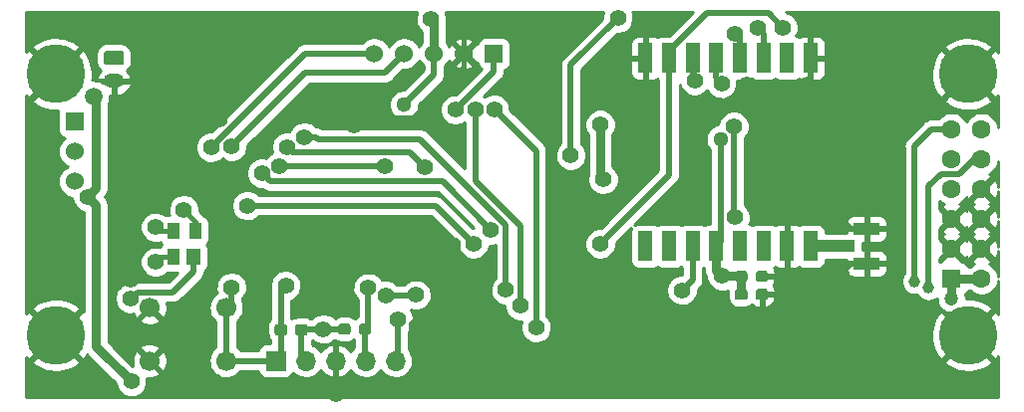
<source format=gbl>
G04 #@! TF.GenerationSoftware,KiCad,Pcbnew,6.0.0-unknown-920f128~86~ubuntu18.04.1*
G04 #@! TF.CreationDate,2019-07-18T19:12:06-04:00*
G04 #@! TF.ProjectId,Femtosat,46656d74-6f73-4617-942e-6b696361645f,rev?*
G04 #@! TF.SameCoordinates,Original*
G04 #@! TF.FileFunction,Copper,L2,Bot*
G04 #@! TF.FilePolarity,Positive*
%FSLAX46Y46*%
G04 Gerber Fmt 4.6, Leading zero omitted, Abs format (unit mm)*
G04 Created by KiCad (PCBNEW 6.0.0-unknown-920f128~86~ubuntu18.04.1) date 2019-07-18 19:12:06*
%MOMM*%
%LPD*%
G04 APERTURE LIST*
%ADD10C,5.000000*%
%ADD11R,1.600000X1.600000*%
%ADD12C,1.600000*%
%ADD13R,2.200000X1.050000*%
%ADD14R,1.050000X1.000000*%
%ADD15C,1.700000*%
%ADD16R,1.000000X1.400000*%
%ADD17R,1.200000X1.400000*%
%ADD18C,0.100000*%
%ADD19C,0.950000*%
%ADD20C,1.524000*%
%ADD21R,1.524000X1.524000*%
%ADD22R,1.300000X2.500000*%
%ADD23O,1.750000X1.200000*%
%ADD24C,1.200000*%
%ADD25O,1.700000X1.700000*%
%ADD26R,1.700000X1.700000*%
%ADD27C,1.000000*%
%ADD28C,1.400000*%
%ADD29C,1.300000*%
%ADD30C,1.500000*%
%ADD31C,0.800000*%
%ADD32C,0.550000*%
%ADD33C,0.500000*%
%ADD34C,0.450000*%
%ADD35C,1.000000*%
%ADD36C,0.254000*%
G04 APERTURE END LIST*
D10*
X89065000Y-66430000D03*
X89065000Y-44200000D03*
X166545000Y-66430000D03*
X166545000Y-44200000D03*
D11*
X165145000Y-61600000D03*
D12*
X167685000Y-61600000D03*
X165145000Y-59060000D03*
X167685000Y-59060000D03*
X165145000Y-56520000D03*
X167685000Y-56520000D03*
X165145000Y-53980000D03*
X167685000Y-53980000D03*
X165145000Y-51440000D03*
X167685000Y-51440000D03*
X165145000Y-48900000D03*
X167685000Y-48900000D03*
D13*
X157925000Y-60325000D03*
D14*
X156400000Y-58850000D03*
D13*
X157925000Y-57375000D03*
D15*
X97050000Y-64100000D03*
X103550000Y-64100000D03*
X97050000Y-68600000D03*
X103550000Y-68600000D03*
D16*
X100950000Y-57550000D03*
X99050000Y-57550000D03*
X99050000Y-59750000D03*
D17*
X100770000Y-59750000D03*
D18*
G36*
X108553387Y-65493079D02*
G01*
X108630438Y-65544562D01*
X108681921Y-65621613D01*
X108700000Y-65712500D01*
X108700000Y-66187500D01*
X108681921Y-66278387D01*
X108630438Y-66355438D01*
X108553387Y-66406921D01*
X108462500Y-66425000D01*
X107887500Y-66425000D01*
X107796613Y-66406921D01*
X107719562Y-66355438D01*
X107668079Y-66278387D01*
X107650000Y-66187500D01*
X107650000Y-65712500D01*
X107668079Y-65621613D01*
X107719562Y-65544562D01*
X107796613Y-65493079D01*
X107887500Y-65475000D01*
X108462500Y-65475000D01*
X108553387Y-65493079D01*
X108553387Y-65493079D01*
G37*
D19*
X108175000Y-65950000D03*
D18*
G36*
X110303387Y-65493079D02*
G01*
X110380438Y-65544562D01*
X110431921Y-65621613D01*
X110450000Y-65712500D01*
X110450000Y-66187500D01*
X110431921Y-66278387D01*
X110380438Y-66355438D01*
X110303387Y-66406921D01*
X110212500Y-66425000D01*
X109637500Y-66425000D01*
X109546613Y-66406921D01*
X109469562Y-66355438D01*
X109418079Y-66278387D01*
X109400000Y-66187500D01*
X109400000Y-65712500D01*
X109418079Y-65621613D01*
X109469562Y-65544562D01*
X109546613Y-65493079D01*
X109637500Y-65475000D01*
X110212500Y-65475000D01*
X110303387Y-65493079D01*
X110303387Y-65493079D01*
G37*
D19*
X109925000Y-65950000D03*
D18*
G36*
X115703387Y-65443079D02*
G01*
X115780438Y-65494562D01*
X115831921Y-65571613D01*
X115850000Y-65662500D01*
X115850000Y-66137500D01*
X115831921Y-66228387D01*
X115780438Y-66305438D01*
X115703387Y-66356921D01*
X115612500Y-66375000D01*
X115037500Y-66375000D01*
X114946613Y-66356921D01*
X114869562Y-66305438D01*
X114818079Y-66228387D01*
X114800000Y-66137500D01*
X114800000Y-65662500D01*
X114818079Y-65571613D01*
X114869562Y-65494562D01*
X114946613Y-65443079D01*
X115037500Y-65425000D01*
X115612500Y-65425000D01*
X115703387Y-65443079D01*
X115703387Y-65443079D01*
G37*
D19*
X115325000Y-65900000D03*
D18*
G36*
X113953387Y-65443079D02*
G01*
X114030438Y-65494562D01*
X114081921Y-65571613D01*
X114100000Y-65662500D01*
X114100000Y-66137500D01*
X114081921Y-66228387D01*
X114030438Y-66305438D01*
X113953387Y-66356921D01*
X113862500Y-66375000D01*
X113287500Y-66375000D01*
X113196613Y-66356921D01*
X113119562Y-66305438D01*
X113068079Y-66228387D01*
X113050000Y-66137500D01*
X113050000Y-65662500D01*
X113068079Y-65571613D01*
X113119562Y-65494562D01*
X113196613Y-65443079D01*
X113287500Y-65425000D01*
X113862500Y-65425000D01*
X113953387Y-65443079D01*
X113953387Y-65443079D01*
G37*
D19*
X113575000Y-65900000D03*
D20*
X116120000Y-42470000D03*
X118660000Y-42470000D03*
X121200000Y-42470000D03*
X123740000Y-42470000D03*
D21*
X126280000Y-42470000D03*
D22*
X139150000Y-58850000D03*
X141150000Y-58850000D03*
X143150000Y-58850000D03*
X145150000Y-58850000D03*
X147150000Y-58850000D03*
X149150000Y-58850000D03*
X151150000Y-58850000D03*
X153150000Y-58850000D03*
X153150000Y-42850000D03*
X151150000Y-42850000D03*
X149150000Y-42850000D03*
X147150000Y-42850000D03*
X145150000Y-42850000D03*
X143150000Y-42850000D03*
X141150000Y-42850000D03*
X139150000Y-42850000D03*
D20*
X90650000Y-53340000D03*
X90650000Y-50800000D03*
D21*
X90650000Y-48260000D03*
D23*
X94000000Y-44800000D03*
D18*
G36*
X94720671Y-42219030D02*
G01*
X94801777Y-42273223D01*
X94855970Y-42354329D01*
X94875000Y-42449999D01*
X94875000Y-43150001D01*
X94855970Y-43245671D01*
X94801777Y-43326777D01*
X94720671Y-43380970D01*
X94625001Y-43400000D01*
X93374999Y-43400000D01*
X93279329Y-43380970D01*
X93198223Y-43326777D01*
X93144030Y-43245671D01*
X93125000Y-43150001D01*
X93125000Y-42449999D01*
X93144030Y-42354329D01*
X93198223Y-42273223D01*
X93279329Y-42219030D01*
X93374999Y-42200000D01*
X94625001Y-42200000D01*
X94720671Y-42219030D01*
X94720671Y-42219030D01*
G37*
D24*
X94000000Y-42800000D03*
D25*
X117910000Y-68600000D03*
X115370000Y-68600000D03*
X112830000Y-68600000D03*
X110290000Y-68600000D03*
D26*
X107750000Y-68600000D03*
D18*
G36*
X147653387Y-60943079D02*
G01*
X147730438Y-60994562D01*
X147781921Y-61071613D01*
X147800000Y-61162500D01*
X147800000Y-61637500D01*
X147781921Y-61728387D01*
X147730438Y-61805438D01*
X147653387Y-61856921D01*
X147562500Y-61875000D01*
X146987500Y-61875000D01*
X146896613Y-61856921D01*
X146819562Y-61805438D01*
X146768079Y-61728387D01*
X146750000Y-61637500D01*
X146750000Y-61162500D01*
X146768079Y-61071613D01*
X146819562Y-60994562D01*
X146896613Y-60943079D01*
X146987500Y-60925000D01*
X147562500Y-60925000D01*
X147653387Y-60943079D01*
X147653387Y-60943079D01*
G37*
D19*
X147275000Y-61400000D03*
D18*
G36*
X149403387Y-60943079D02*
G01*
X149480438Y-60994562D01*
X149531921Y-61071613D01*
X149550000Y-61162500D01*
X149550000Y-61637500D01*
X149531921Y-61728387D01*
X149480438Y-61805438D01*
X149403387Y-61856921D01*
X149312500Y-61875000D01*
X148737500Y-61875000D01*
X148646613Y-61856921D01*
X148569562Y-61805438D01*
X148518079Y-61728387D01*
X148500000Y-61637500D01*
X148500000Y-61162500D01*
X148518079Y-61071613D01*
X148569562Y-60994562D01*
X148646613Y-60943079D01*
X148737500Y-60925000D01*
X149312500Y-60925000D01*
X149403387Y-60943079D01*
X149403387Y-60943079D01*
G37*
D19*
X149025000Y-61400000D03*
D18*
G36*
X147653387Y-62493079D02*
G01*
X147730438Y-62544562D01*
X147781921Y-62621613D01*
X147800000Y-62712500D01*
X147800000Y-63187500D01*
X147781921Y-63278387D01*
X147730438Y-63355438D01*
X147653387Y-63406921D01*
X147562500Y-63425000D01*
X146987500Y-63425000D01*
X146896613Y-63406921D01*
X146819562Y-63355438D01*
X146768079Y-63278387D01*
X146750000Y-63187500D01*
X146750000Y-62712500D01*
X146768079Y-62621613D01*
X146819562Y-62544562D01*
X146896613Y-62493079D01*
X146987500Y-62475000D01*
X147562500Y-62475000D01*
X147653387Y-62493079D01*
X147653387Y-62493079D01*
G37*
D19*
X147275000Y-62950000D03*
D18*
G36*
X149403387Y-62493079D02*
G01*
X149480438Y-62544562D01*
X149531921Y-62621613D01*
X149550000Y-62712500D01*
X149550000Y-63187500D01*
X149531921Y-63278387D01*
X149480438Y-63355438D01*
X149403387Y-63406921D01*
X149312500Y-63425000D01*
X148737500Y-63425000D01*
X148646613Y-63406921D01*
X148569562Y-63355438D01*
X148518079Y-63278387D01*
X148500000Y-63187500D01*
X148500000Y-62712500D01*
X148518079Y-62621613D01*
X148569562Y-62544562D01*
X148646613Y-62493079D01*
X148737500Y-62475000D01*
X149312500Y-62475000D01*
X149403387Y-62493079D01*
X149403387Y-62493079D01*
G37*
D19*
X149025000Y-62950000D03*
D24*
X165140922Y-63333457D03*
D27*
X163200000Y-62380086D03*
X162000000Y-61850000D03*
D28*
X95475000Y-70375000D03*
X128100000Y-45550000D03*
X130400000Y-43400000D03*
X122750000Y-63600000D03*
X95400000Y-53600000D03*
X102950000Y-40300000D03*
X96200000Y-39950000D03*
X149050000Y-67550000D03*
X157900000Y-67450000D03*
X91800000Y-54650000D03*
X99950000Y-55750000D03*
X155450000Y-56200000D03*
X160550000Y-57350000D03*
X160650000Y-60400000D03*
X155300000Y-61550000D03*
X157950000Y-55600000D03*
X157900000Y-62050000D03*
D29*
X118650000Y-46799999D03*
D28*
X126300000Y-47200000D03*
X124680851Y-47230851D03*
X123000000Y-47250000D03*
X148650000Y-40250000D03*
X136800000Y-39450000D03*
X132800000Y-51125000D03*
X120400000Y-52100000D03*
X108700000Y-50400000D03*
X129850000Y-65774999D03*
X128500000Y-63900000D03*
X142250000Y-62600000D03*
X127300000Y-62575000D03*
D29*
X145525000Y-49750000D03*
D28*
X146650000Y-48650000D03*
X146725000Y-56400000D03*
X117000000Y-52050000D03*
X150800000Y-40250000D03*
X126000000Y-57450000D03*
X146750000Y-40800000D03*
X106568250Y-52653676D03*
X122750000Y-58750000D03*
X121100000Y-58750000D03*
X135300000Y-58650000D03*
X124550000Y-58650000D03*
X105301312Y-55398688D03*
X108050000Y-52050000D03*
X110175000Y-49562464D03*
X145650000Y-61400000D03*
X119650000Y-63000000D03*
X118150000Y-65100000D03*
X117070634Y-63030271D03*
X111740919Y-63456457D03*
X115600000Y-62400000D03*
X115650000Y-47100000D03*
X114350000Y-48550000D03*
X156800000Y-41600000D03*
X155100000Y-41450000D03*
X135550000Y-53150000D03*
X135300000Y-48500000D03*
X147750000Y-45100000D03*
X135700000Y-43400000D03*
X152950000Y-45100000D03*
X145600000Y-45000000D03*
X143350000Y-44750000D03*
X123750000Y-39500000D03*
X153100000Y-40150000D03*
X151150000Y-56200000D03*
X150850000Y-62950000D03*
X150800000Y-61450000D03*
X120950000Y-39500000D03*
X102950000Y-46750000D03*
X97800000Y-51300000D03*
X95400000Y-63300003D03*
X120550000Y-67650000D03*
X119750000Y-65700000D03*
X111800000Y-65900000D03*
X108600000Y-62200000D03*
X112850000Y-71425000D03*
X97550000Y-57250000D03*
X97550000Y-60200000D03*
X104000000Y-62350000D03*
X95400000Y-61700000D03*
D30*
X92300000Y-46100000D03*
D28*
X102250000Y-50450000D03*
X104005851Y-50355851D03*
X102950000Y-48050000D03*
X99500000Y-64675000D03*
X109425000Y-47625000D03*
D31*
X165145000Y-61600000D02*
X165145000Y-63337535D01*
X165145000Y-63337535D02*
X165140922Y-63333457D01*
X167685000Y-61600000D02*
X165145000Y-61600000D01*
D32*
X163200000Y-62349998D02*
X163200000Y-53750000D01*
X163200000Y-53750000D02*
X164234999Y-52715001D01*
D31*
X92499999Y-55349999D02*
X92499999Y-67399999D01*
X91800000Y-54650000D02*
X92499999Y-55349999D01*
X92499999Y-67399999D02*
X95475000Y-70375000D01*
D33*
X167032002Y-51440000D02*
X165757001Y-52715001D01*
X165757001Y-52715001D02*
X164234999Y-52715001D01*
X167685000Y-51440000D02*
X167032002Y-51440000D01*
D32*
X165145000Y-48900000D02*
X163425000Y-48900000D01*
X163425000Y-48900000D02*
X162000000Y-50325000D01*
X162000000Y-61850000D02*
X162000000Y-50325000D01*
D34*
X122750000Y-58750000D02*
X122750000Y-63600000D01*
X95400000Y-61700000D02*
X95400000Y-53600000D01*
X102950000Y-46750000D02*
X102950000Y-40300000D01*
X149025000Y-67525000D02*
X149050000Y-67550000D01*
X149025000Y-62950000D02*
X149025000Y-67525000D01*
X157900000Y-62050000D02*
X157900000Y-67450000D01*
D31*
X91800000Y-54650000D02*
X92499999Y-53950001D01*
X92499999Y-53950001D02*
X92499999Y-46299999D01*
X92499999Y-46299999D02*
X92300000Y-46100000D01*
D34*
X100950000Y-56750000D02*
X99950000Y-55750000D01*
X100950000Y-57550000D02*
X100950000Y-56750000D01*
D35*
X156400000Y-58850000D02*
X153150000Y-58850000D01*
D34*
X156625000Y-57375000D02*
X155450000Y-56200000D01*
X157925000Y-57375000D02*
X156625000Y-57375000D01*
X160525000Y-57375000D02*
X160550000Y-57350000D01*
X157925000Y-57375000D02*
X160525000Y-57375000D01*
X160575000Y-60325000D02*
X160650000Y-60400000D01*
X157925000Y-60325000D02*
X160575000Y-60325000D01*
X156525000Y-60325000D02*
X155300000Y-61550000D01*
X157925000Y-60325000D02*
X156525000Y-60325000D01*
X157925000Y-55625000D02*
X157950000Y-55600000D01*
X157925000Y-57375000D02*
X157925000Y-55625000D01*
X157925000Y-62025000D02*
X157900000Y-62050000D01*
X157925000Y-60325000D02*
X157925000Y-62025000D01*
X115650000Y-47100000D02*
X116425000Y-47875000D01*
X116425000Y-47875000D02*
X119412630Y-47875000D01*
X119412630Y-47875000D02*
X123740000Y-43547630D01*
X123740000Y-43547630D02*
X123740000Y-42470000D01*
D32*
X121200000Y-44249999D02*
X118650000Y-46799999D01*
X121200000Y-42470000D02*
X121200000Y-44249999D01*
X126300000Y-47200000D02*
X129850000Y-50750000D01*
X129850000Y-50750000D02*
X129850000Y-65774999D01*
X124680851Y-47230851D02*
X124680851Y-53331175D01*
X124680851Y-53331175D02*
X128500000Y-57150324D01*
X128500000Y-57150324D02*
X128500000Y-62910051D01*
X128500000Y-62910051D02*
X128500000Y-63900000D01*
X123000000Y-47250000D02*
X126280000Y-43970000D01*
X126280000Y-43970000D02*
X126280000Y-42470000D01*
X149150000Y-42850000D02*
X149150000Y-40750000D01*
X149150000Y-40750000D02*
X148650000Y-40250000D01*
X132800000Y-43450000D02*
X136800000Y-39450000D01*
X132800000Y-51125000D02*
X132800000Y-43450000D01*
X109174999Y-50874999D02*
X119174999Y-50874999D01*
X108700000Y-50400000D02*
X109174999Y-50874999D01*
X119174999Y-50874999D02*
X120400000Y-52100000D01*
X165025000Y-61850000D02*
X165145000Y-61730000D01*
X142250000Y-62600000D02*
X143150000Y-61700000D01*
X143150000Y-61700000D02*
X143150000Y-58850000D01*
X111164949Y-49562464D02*
X111327486Y-49725001D01*
X110175000Y-49562464D02*
X111164949Y-49562464D01*
X111327486Y-49725001D02*
X120014003Y-49725001D01*
X120014003Y-49725001D02*
X127300000Y-57010998D01*
X127300000Y-57010998D02*
X127300000Y-62575000D01*
X145525000Y-49750000D02*
X145525000Y-58475000D01*
X145525000Y-58475000D02*
X145150000Y-58850000D01*
X146650000Y-48650000D02*
X146650000Y-56325000D01*
X146650000Y-56325000D02*
X146725000Y-56400000D01*
X145550000Y-58450000D02*
X145150000Y-58850000D01*
X141150000Y-42250000D02*
X144375001Y-39024999D01*
X141150000Y-42850000D02*
X141150000Y-42250000D01*
X144375001Y-39024999D02*
X149574999Y-39024999D01*
X149574999Y-39024999D02*
X150800000Y-40250000D01*
X141150000Y-42850000D02*
X141150000Y-52800000D01*
X141150000Y-52800000D02*
X135300000Y-58650000D01*
X107268249Y-53353675D02*
X121903675Y-53353675D01*
X106568250Y-52653676D02*
X107268249Y-53353675D01*
X121903675Y-53353675D02*
X126000000Y-57450000D01*
X108050000Y-52050000D02*
X117000000Y-52050000D01*
X147150000Y-42850000D02*
X147150000Y-41200000D01*
X147150000Y-41200000D02*
X146750000Y-40800000D01*
X121298688Y-55398688D02*
X124550000Y-58650000D01*
X105301312Y-55398688D02*
X121298688Y-55398688D01*
X119619729Y-63030271D02*
X119650000Y-63000000D01*
X117070634Y-63030271D02*
X119619729Y-63030271D01*
X118150000Y-65100000D02*
X118150000Y-68360000D01*
X118150000Y-68360000D02*
X117910000Y-68600000D01*
X115600000Y-62400000D02*
X115600000Y-65625000D01*
X115600000Y-65625000D02*
X115325000Y-65900000D01*
X115325000Y-65900000D02*
X115325000Y-68555000D01*
X115325000Y-68555000D02*
X115370000Y-68600000D01*
D31*
X135300000Y-52900000D02*
X135550000Y-53150000D01*
X135300000Y-48500000D02*
X135300000Y-52900000D01*
D32*
X145150000Y-44550000D02*
X145600000Y-45000000D01*
X145150000Y-42850000D02*
X145150000Y-44550000D01*
X143150000Y-44550000D02*
X143350000Y-44750000D01*
X143150000Y-42850000D02*
X143150000Y-44550000D01*
D34*
X123740000Y-39510000D02*
X123750000Y-39500000D01*
X123740000Y-42470000D02*
X123740000Y-39510000D01*
X153150000Y-40200000D02*
X153100000Y-40150000D01*
X153150000Y-42850000D02*
X153150000Y-40200000D01*
X151150000Y-58850000D02*
X151150000Y-56200000D01*
X149025000Y-62950000D02*
X150850000Y-62950000D01*
X150750000Y-61400000D02*
X150800000Y-61450000D01*
X149025000Y-61400000D02*
X150750000Y-61400000D01*
D31*
X147275000Y-61400000D02*
X147275000Y-62950000D01*
X145150000Y-58850000D02*
X145150000Y-60900000D01*
X145150000Y-60900000D02*
X145650000Y-61400000D01*
X145650000Y-61400000D02*
X147275000Y-61400000D01*
X121200000Y-42470000D02*
X121200000Y-39750000D01*
X121200000Y-39750000D02*
X120950000Y-39500000D01*
D32*
X121150000Y-42520000D02*
X121200000Y-42470000D01*
X100770000Y-61000000D02*
X98995001Y-62774999D01*
X100770000Y-59750000D02*
X100770000Y-61000000D01*
X98995001Y-62774999D02*
X96017193Y-62774999D01*
X96017193Y-62774999D02*
X95492189Y-63300003D01*
X95492189Y-63300003D02*
X95400000Y-63300003D01*
D34*
X119750000Y-66850000D02*
X120550000Y-67650000D01*
X119750000Y-65700000D02*
X119750000Y-66850000D01*
D32*
X109925000Y-65950000D02*
X111750000Y-65950000D01*
X111750000Y-65950000D02*
X111800000Y-65900000D01*
X113575000Y-65900000D02*
X111800000Y-65900000D01*
X109925000Y-65950000D02*
X109925000Y-68235000D01*
X109925000Y-68235000D02*
X110290000Y-68600000D01*
X103550000Y-68600000D02*
X103550000Y-64100000D01*
X108175000Y-65950000D02*
X108175000Y-68175000D01*
X108175000Y-68175000D02*
X107750000Y-68600000D01*
X103550000Y-68600000D02*
X107750000Y-68600000D01*
X108175000Y-65950000D02*
X108175000Y-62625000D01*
X108175000Y-62625000D02*
X108600000Y-62200000D01*
D34*
X112830000Y-71405000D02*
X112850000Y-71425000D01*
X112830000Y-68600000D02*
X112830000Y-71405000D01*
X99050000Y-57550000D02*
X97850000Y-57550000D01*
X97850000Y-57550000D02*
X97550000Y-57250000D01*
X98000000Y-59750000D02*
X97550000Y-60200000D01*
X99050000Y-59750000D02*
X98000000Y-59750000D01*
D32*
X104000000Y-62350000D02*
X104000000Y-63650000D01*
X104000000Y-63650000D02*
X103550000Y-64100000D01*
X110230000Y-42470000D02*
X116120000Y-42470000D01*
X102250000Y-50450000D02*
X110230000Y-42470000D01*
X117898001Y-43231999D02*
X118660000Y-42470000D01*
X117030000Y-44100000D02*
X117898001Y-43231999D01*
X110261702Y-44100000D02*
X117030000Y-44100000D01*
X104005851Y-50355851D02*
X110261702Y-44100000D01*
D34*
X115650000Y-47100000D02*
X109950000Y-47100000D01*
X109950000Y-47100000D02*
X109425000Y-47625000D01*
D36*
G36*
X164109000Y-57636018D02*
G01*
X164109000Y-57374981D01*
X164963981Y-56520000D01*
X165326019Y-56520000D01*
X166261018Y-57454999D01*
X166415000Y-57188294D01*
X166568982Y-57454999D01*
X167503981Y-56520000D01*
X166568982Y-55585001D01*
X166415000Y-55851706D01*
X166261018Y-55585001D01*
X165326019Y-56520000D01*
X164963981Y-56520000D01*
X164109000Y-55665019D01*
X164109000Y-54976250D01*
X164127136Y-54997864D01*
X164319349Y-55159150D01*
X164476706Y-55250000D01*
X164210001Y-55403982D01*
X165145000Y-56338981D01*
X166079999Y-55403982D01*
X166750001Y-55403982D01*
X167685000Y-56338981D01*
X168619999Y-55403982D01*
X168353294Y-55250000D01*
X168619999Y-55096018D01*
X167685000Y-54161019D01*
X166750001Y-55096018D01*
X167016706Y-55250000D01*
X166750001Y-55403982D01*
X166079999Y-55403982D01*
X165813294Y-55250000D01*
X165970651Y-55159150D01*
X166045888Y-55096018D01*
X166162864Y-54997864D01*
X166324150Y-54805651D01*
X166415000Y-54648294D01*
X166568982Y-54914999D01*
X168619999Y-52863982D01*
X168353294Y-52710000D01*
X168510651Y-52619150D01*
X168702864Y-52457864D01*
X168864150Y-52265651D01*
X168989609Y-52048349D01*
X169075429Y-51812564D01*
X169116001Y-51582469D01*
X169116001Y-53837530D01*
X169075429Y-53607436D01*
X168989609Y-53371651D01*
X168801018Y-53045001D01*
X167866019Y-53980000D01*
X168801018Y-54914999D01*
X168989609Y-54588349D01*
X169075429Y-54352564D01*
X169116001Y-54122470D01*
X169116000Y-56377530D01*
X169075429Y-56147436D01*
X168989609Y-55911651D01*
X168801018Y-55585001D01*
X167866019Y-56520000D01*
X168801018Y-57454999D01*
X168989609Y-57128349D01*
X169075429Y-56892564D01*
X169116000Y-56662471D01*
X169116000Y-58917529D01*
X169075429Y-58687436D01*
X168989609Y-58451651D01*
X168801018Y-58125001D01*
X167866019Y-59060000D01*
X168801018Y-59994999D01*
X168989609Y-59668349D01*
X169075429Y-59432564D01*
X169116000Y-59202471D01*
X169116000Y-61457528D01*
X169075429Y-61227436D01*
X168989609Y-60991651D01*
X168864150Y-60774349D01*
X168702864Y-60582136D01*
X168510651Y-60420850D01*
X168353294Y-60330000D01*
X168619999Y-60176018D01*
X167685000Y-59241019D01*
X166750001Y-60176018D01*
X167016706Y-60330000D01*
X166859349Y-60420850D01*
X166686366Y-60566000D01*
X166528582Y-60566000D01*
X166506205Y-60482489D01*
X166358815Y-60306835D01*
X166165186Y-60195044D01*
X166074685Y-60179086D01*
X166079999Y-60176018D01*
X165145000Y-59241019D01*
X164210001Y-60176018D01*
X164226413Y-60185494D01*
X164109000Y-60216954D01*
X164109000Y-59914981D01*
X164963981Y-59060000D01*
X165326019Y-59060000D01*
X166261018Y-59994999D01*
X166415000Y-59728294D01*
X166568982Y-59994999D01*
X167503981Y-59060000D01*
X166568982Y-58125001D01*
X166415000Y-58391706D01*
X166261018Y-58125001D01*
X165326019Y-59060000D01*
X164963981Y-59060000D01*
X164109000Y-58205019D01*
X164109000Y-57943982D01*
X164210001Y-57943982D01*
X165145000Y-58878981D01*
X166079999Y-57943982D01*
X166750001Y-57943982D01*
X167685000Y-58878981D01*
X168619999Y-57943982D01*
X168353294Y-57790000D01*
X168619999Y-57636018D01*
X167685000Y-56701019D01*
X166750001Y-57636018D01*
X167016706Y-57790000D01*
X166750001Y-57943982D01*
X166079999Y-57943982D01*
X165813294Y-57790000D01*
X166079999Y-57636018D01*
X165145000Y-56701019D01*
X164210001Y-57636018D01*
X164476706Y-57790000D01*
X164210001Y-57943982D01*
X164109000Y-57943982D01*
X164109000Y-57636018D01*
X164109000Y-57636018D01*
G37*
X164109000Y-57636018D02*
X164109000Y-57374981D01*
X164963981Y-56520000D01*
X165326019Y-56520000D01*
X166261018Y-57454999D01*
X166415000Y-57188294D01*
X166568982Y-57454999D01*
X167503981Y-56520000D01*
X166568982Y-55585001D01*
X166415000Y-55851706D01*
X166261018Y-55585001D01*
X165326019Y-56520000D01*
X164963981Y-56520000D01*
X164109000Y-55665019D01*
X164109000Y-54976250D01*
X164127136Y-54997864D01*
X164319349Y-55159150D01*
X164476706Y-55250000D01*
X164210001Y-55403982D01*
X165145000Y-56338981D01*
X166079999Y-55403982D01*
X166750001Y-55403982D01*
X167685000Y-56338981D01*
X168619999Y-55403982D01*
X168353294Y-55250000D01*
X168619999Y-55096018D01*
X167685000Y-54161019D01*
X166750001Y-55096018D01*
X167016706Y-55250000D01*
X166750001Y-55403982D01*
X166079999Y-55403982D01*
X165813294Y-55250000D01*
X165970651Y-55159150D01*
X166045888Y-55096018D01*
X166162864Y-54997864D01*
X166324150Y-54805651D01*
X166415000Y-54648294D01*
X166568982Y-54914999D01*
X168619999Y-52863982D01*
X168353294Y-52710000D01*
X168510651Y-52619150D01*
X168702864Y-52457864D01*
X168864150Y-52265651D01*
X168989609Y-52048349D01*
X169075429Y-51812564D01*
X169116001Y-51582469D01*
X169116001Y-53837530D01*
X169075429Y-53607436D01*
X168989609Y-53371651D01*
X168801018Y-53045001D01*
X167866019Y-53980000D01*
X168801018Y-54914999D01*
X168989609Y-54588349D01*
X169075429Y-54352564D01*
X169116001Y-54122470D01*
X169116000Y-56377530D01*
X169075429Y-56147436D01*
X168989609Y-55911651D01*
X168801018Y-55585001D01*
X167866019Y-56520000D01*
X168801018Y-57454999D01*
X168989609Y-57128349D01*
X169075429Y-56892564D01*
X169116000Y-56662471D01*
X169116000Y-58917529D01*
X169075429Y-58687436D01*
X168989609Y-58451651D01*
X168801018Y-58125001D01*
X167866019Y-59060000D01*
X168801018Y-59994999D01*
X168989609Y-59668349D01*
X169075429Y-59432564D01*
X169116000Y-59202471D01*
X169116000Y-61457528D01*
X169075429Y-61227436D01*
X168989609Y-60991651D01*
X168864150Y-60774349D01*
X168702864Y-60582136D01*
X168510651Y-60420850D01*
X168353294Y-60330000D01*
X168619999Y-60176018D01*
X167685000Y-59241019D01*
X166750001Y-60176018D01*
X167016706Y-60330000D01*
X166859349Y-60420850D01*
X166686366Y-60566000D01*
X166528582Y-60566000D01*
X166506205Y-60482489D01*
X166358815Y-60306835D01*
X166165186Y-60195044D01*
X166074685Y-60179086D01*
X166079999Y-60176018D01*
X165145000Y-59241019D01*
X164210001Y-60176018D01*
X164226413Y-60185494D01*
X164109000Y-60216954D01*
X164109000Y-59914981D01*
X164963981Y-59060000D01*
X165326019Y-59060000D01*
X166261018Y-59994999D01*
X166415000Y-59728294D01*
X166568982Y-59994999D01*
X167503981Y-59060000D01*
X166568982Y-58125001D01*
X166415000Y-58391706D01*
X166261018Y-58125001D01*
X165326019Y-59060000D01*
X164963981Y-59060000D01*
X164109000Y-58205019D01*
X164109000Y-57943982D01*
X164210001Y-57943982D01*
X165145000Y-58878981D01*
X166079999Y-57943982D01*
X166750001Y-57943982D01*
X167685000Y-58878981D01*
X168619999Y-57943982D01*
X168353294Y-57790000D01*
X168619999Y-57636018D01*
X167685000Y-56701019D01*
X166750001Y-57636018D01*
X167016706Y-57790000D01*
X166750001Y-57943982D01*
X166079999Y-57943982D01*
X165813294Y-57790000D01*
X166079999Y-57636018D01*
X165145000Y-56701019D01*
X164210001Y-57636018D01*
X164476706Y-57790000D01*
X164210001Y-57943982D01*
X164109000Y-57943982D01*
X164109000Y-57636018D01*
G36*
X86752167Y-68561813D02*
G01*
X88883981Y-66430000D01*
X86759658Y-64305678D01*
X86594569Y-64492935D01*
X86534000Y-64580083D01*
X86534000Y-64125049D01*
X86941068Y-64125049D01*
X89065000Y-66248981D01*
X91198932Y-64115048D01*
X90815933Y-63824337D01*
X90504842Y-63640358D01*
X90174666Y-63493354D01*
X89829782Y-63385275D01*
X89474762Y-63317550D01*
X89114310Y-63291081D01*
X88753205Y-63306216D01*
X88396233Y-63362755D01*
X88048124Y-63459948D01*
X87713494Y-63596508D01*
X87396778Y-63770624D01*
X87102172Y-63979989D01*
X86941068Y-64125049D01*
X86534000Y-64125049D01*
X86534000Y-46509348D01*
X86936672Y-46509348D01*
X87233086Y-46749379D01*
X87538244Y-46943038D01*
X87863640Y-47100341D01*
X88204958Y-47219201D01*
X88557676Y-47298042D01*
X88917119Y-47335821D01*
X89273474Y-47332090D01*
X89246163Y-47486976D01*
X89246163Y-49038588D01*
X89326795Y-49339512D01*
X89474185Y-49515165D01*
X89667814Y-49626956D01*
X89843992Y-49658021D01*
X89796739Y-49688009D01*
X89613308Y-49856683D01*
X89462645Y-50055173D01*
X89349513Y-50277208D01*
X89277489Y-50515766D01*
X89248847Y-50763310D01*
X89264494Y-51012013D01*
X89323934Y-51254014D01*
X89425291Y-51481664D01*
X89565360Y-51687768D01*
X89739711Y-51865811D01*
X89942837Y-52010164D01*
X90068668Y-52069375D01*
X90007141Y-52094484D01*
X89796739Y-52228009D01*
X89613308Y-52396683D01*
X89462645Y-52595173D01*
X89349513Y-52817208D01*
X89277489Y-53055766D01*
X89248847Y-53303310D01*
X89264494Y-53552013D01*
X89323934Y-53794014D01*
X89425291Y-54021664D01*
X89565360Y-54227768D01*
X89739711Y-54405811D01*
X89942837Y-54550164D01*
X90168315Y-54656266D01*
X90409019Y-54720762D01*
X90464750Y-54725442D01*
X90463974Y-54780999D01*
X90526198Y-55073738D01*
X90651730Y-55345417D01*
X90834335Y-55582533D01*
X91064933Y-55773301D01*
X91332065Y-55908238D01*
X91465999Y-55941632D01*
X91466000Y-64415488D01*
X91372977Y-64303043D01*
X89246019Y-66430000D01*
X91369907Y-68553887D01*
X91473368Y-68443705D01*
X91688856Y-68153551D01*
X91725797Y-68089568D01*
X91762543Y-68137456D01*
X91816774Y-68179069D01*
X94139039Y-70501335D01*
X94138974Y-70505998D01*
X94201198Y-70798738D01*
X94326730Y-71070417D01*
X94509335Y-71307533D01*
X94739933Y-71498301D01*
X95007066Y-71633238D01*
X95297454Y-71705640D01*
X95596668Y-71711908D01*
X95889834Y-71651730D01*
X96162383Y-71528097D01*
X96400768Y-71347152D01*
X96593141Y-71117892D01*
X96729941Y-70851707D01*
X96804590Y-70560967D01*
X96809265Y-70226230D01*
X96771331Y-70059262D01*
X96964266Y-70086892D01*
X97216017Y-70080080D01*
X97463022Y-70030948D01*
X97698216Y-69940901D01*
X98019497Y-69750516D01*
X96868981Y-68600000D01*
X97231019Y-68600000D01*
X98201807Y-69570788D01*
X98395393Y-69238840D01*
X98483796Y-69003022D01*
X98531318Y-68755082D01*
X98534240Y-68475974D01*
X98491922Y-68227094D01*
X98408477Y-67989476D01*
X98286187Y-67769314D01*
X98186235Y-67644784D01*
X97231019Y-68600000D01*
X96868981Y-68600000D01*
X95909118Y-67640137D01*
X95756293Y-67862083D01*
X95650457Y-68090609D01*
X95584639Y-68333699D01*
X95560720Y-68584404D01*
X95579384Y-68835554D01*
X95630661Y-69041987D01*
X95604097Y-69041801D01*
X94023739Y-67461443D01*
X96092462Y-67461443D01*
X97050000Y-68418981D01*
X98015969Y-67453012D01*
X97726157Y-67272969D01*
X97492899Y-67178016D01*
X97246977Y-67123721D01*
X96995424Y-67111638D01*
X96745431Y-67142113D01*
X96504147Y-67214272D01*
X96278470Y-67326053D01*
X96092462Y-67461443D01*
X94023739Y-67461443D01*
X93533999Y-66971704D01*
X93533999Y-65237231D01*
X96093788Y-65237231D01*
X96251960Y-65357509D01*
X96475246Y-65473992D01*
X96714966Y-65551190D01*
X96964266Y-65586892D01*
X97216017Y-65580080D01*
X97463022Y-65530948D01*
X97698216Y-65440901D01*
X98019497Y-65250516D01*
X97050000Y-64281019D01*
X96093788Y-65237231D01*
X93533999Y-65237231D01*
X93533999Y-63431002D01*
X94063974Y-63431002D01*
X94126198Y-63723741D01*
X94251730Y-63995420D01*
X94434335Y-64232536D01*
X94664933Y-64423304D01*
X94932066Y-64558241D01*
X95222454Y-64630643D01*
X95521668Y-64636911D01*
X95653208Y-64609909D01*
X95741123Y-64810662D01*
X95906712Y-65062269D01*
X97050000Y-63918980D01*
X98201807Y-65070788D01*
X98395393Y-64738840D01*
X98483796Y-64503022D01*
X98531318Y-64255082D01*
X98533104Y-64084404D01*
X102060720Y-64084404D01*
X102079384Y-64335554D01*
X102140097Y-64579970D01*
X102241123Y-64810662D01*
X102379575Y-65021033D01*
X102551493Y-65205071D01*
X102641001Y-65273134D01*
X102641000Y-67426114D01*
X102574854Y-67474261D01*
X102399120Y-67654656D01*
X102256293Y-67862083D01*
X102150457Y-68090609D01*
X102084639Y-68333699D01*
X102060720Y-68584404D01*
X102079384Y-68835554D01*
X102140097Y-69079970D01*
X102241123Y-69310662D01*
X102379575Y-69521033D01*
X102551493Y-69705071D01*
X102751960Y-69857510D01*
X102975246Y-69973992D01*
X103214966Y-70051190D01*
X103464266Y-70086892D01*
X103716017Y-70080080D01*
X103963022Y-70030948D01*
X104198216Y-69940901D01*
X104414877Y-69812512D01*
X104606807Y-69649455D01*
X104724455Y-69509000D01*
X106269527Y-69509000D01*
X106338795Y-69767512D01*
X106486185Y-69943165D01*
X106679814Y-70054956D01*
X106888976Y-70091837D01*
X108616588Y-70091837D01*
X108917512Y-70011205D01*
X109093165Y-69863815D01*
X109204956Y-69670186D01*
X109213204Y-69623412D01*
X109251669Y-69667739D01*
X109446416Y-69827422D01*
X109665284Y-69952009D01*
X109904831Y-70038960D01*
X110244648Y-70084000D01*
X110353190Y-70084000D01*
X110540942Y-70068069D01*
X110784708Y-70004800D01*
X111014329Y-69901363D01*
X111223240Y-69760716D01*
X111405466Y-69586881D01*
X111555797Y-69384828D01*
X111562436Y-69371770D01*
X111626610Y-69477526D01*
X111791669Y-69667739D01*
X111986416Y-69827422D01*
X112205284Y-69952009D01*
X112444831Y-70038960D01*
X112702000Y-70073047D01*
X112702000Y-67100022D01*
X112335292Y-67195200D01*
X112105671Y-67298637D01*
X111896760Y-67439284D01*
X111714534Y-67613119D01*
X111564203Y-67815172D01*
X111557564Y-67828230D01*
X111493390Y-67722474D01*
X111328331Y-67532261D01*
X111133584Y-67372578D01*
X110914716Y-67247991D01*
X110834000Y-67218693D01*
X110834000Y-66859000D01*
X110866328Y-66859000D01*
X111064933Y-67023301D01*
X111332066Y-67158238D01*
X111622454Y-67230640D01*
X111921668Y-67236908D01*
X112214834Y-67176730D01*
X112487383Y-67053097D01*
X112725768Y-66872152D01*
X112761135Y-66830004D01*
X112813929Y-66875750D01*
X113041888Y-66979854D01*
X113280930Y-67014224D01*
X113873604Y-67014224D01*
X114221931Y-66938450D01*
X114416000Y-66813730D01*
X114416001Y-67459087D01*
X114254534Y-67613119D01*
X114104203Y-67815172D01*
X114097564Y-67828230D01*
X114033390Y-67722474D01*
X113868331Y-67532261D01*
X113673584Y-67372578D01*
X113454716Y-67247991D01*
X113215169Y-67161040D01*
X112958000Y-67126953D01*
X112958000Y-70099978D01*
X113324708Y-70004800D01*
X113554329Y-69901363D01*
X113763240Y-69760716D01*
X113945466Y-69586881D01*
X114095797Y-69384828D01*
X114102436Y-69371770D01*
X114166610Y-69477526D01*
X114331669Y-69667739D01*
X114526416Y-69827422D01*
X114745284Y-69952009D01*
X114984831Y-70038960D01*
X115324648Y-70084000D01*
X115433190Y-70084000D01*
X115620942Y-70068069D01*
X115864708Y-70004800D01*
X116094329Y-69901363D01*
X116303240Y-69760716D01*
X116485466Y-69586881D01*
X116635797Y-69384828D01*
X116642436Y-69371770D01*
X116706610Y-69477526D01*
X116871669Y-69667739D01*
X117066416Y-69827422D01*
X117285284Y-69952009D01*
X117524831Y-70038960D01*
X117864648Y-70084000D01*
X117973190Y-70084000D01*
X118160942Y-70068069D01*
X118404708Y-70004800D01*
X118634329Y-69901363D01*
X118843240Y-69760716D01*
X119025466Y-69586881D01*
X119175797Y-69384828D01*
X119289936Y-69160334D01*
X119364618Y-68919819D01*
X119388537Y-68739348D01*
X164416672Y-68739348D01*
X164713086Y-68979379D01*
X165018244Y-69173038D01*
X165343640Y-69330341D01*
X165684958Y-69449201D01*
X166037676Y-69528042D01*
X166397119Y-69565821D01*
X166758521Y-69562037D01*
X167117093Y-69516738D01*
X167468083Y-69430527D01*
X167806837Y-69304545D01*
X168128867Y-69140463D01*
X168429903Y-68940455D01*
X168670833Y-68736853D01*
X166545000Y-66611019D01*
X164416672Y-68739348D01*
X119388537Y-68739348D01*
X119397708Y-68670159D01*
X119388260Y-68418492D01*
X119336544Y-68172017D01*
X119244039Y-67937778D01*
X119113390Y-67722473D01*
X119059000Y-67659795D01*
X119059000Y-66084880D01*
X119075768Y-66072152D01*
X119268141Y-65842892D01*
X119404941Y-65576707D01*
X119479590Y-65285967D01*
X119484265Y-64951230D01*
X119417763Y-64658519D01*
X119288448Y-64388618D01*
X119185859Y-64259184D01*
X119472454Y-64330640D01*
X119771668Y-64336908D01*
X120064834Y-64276730D01*
X120337383Y-64153097D01*
X120575768Y-63972152D01*
X120768141Y-63742892D01*
X120904941Y-63476707D01*
X120979590Y-63185967D01*
X120984265Y-62851230D01*
X120917763Y-62558519D01*
X120788448Y-62288618D01*
X120602551Y-62054075D01*
X120369312Y-61866547D01*
X120100321Y-61735350D01*
X119808949Y-61667010D01*
X119509678Y-61664920D01*
X119217380Y-61729186D01*
X118946584Y-61856613D01*
X118710748Y-62040868D01*
X118645174Y-62121271D01*
X118052452Y-62121271D01*
X118023185Y-62084346D01*
X117789946Y-61896818D01*
X117520955Y-61765621D01*
X117229583Y-61697281D01*
X116930312Y-61695191D01*
X116759582Y-61732728D01*
X116738448Y-61688618D01*
X116552551Y-61454075D01*
X116319312Y-61266547D01*
X116050321Y-61135350D01*
X115758949Y-61067010D01*
X115459678Y-61064920D01*
X115167380Y-61129186D01*
X114896584Y-61256613D01*
X114660749Y-61440868D01*
X114471595Y-61672793D01*
X114338525Y-61940861D01*
X114268153Y-62231749D01*
X114263974Y-62530999D01*
X114326198Y-62823738D01*
X114451730Y-63095417D01*
X114634335Y-63332533D01*
X114691000Y-63379410D01*
X114691001Y-64858737D01*
X114678070Y-64861550D01*
X114463362Y-64999533D01*
X114446033Y-65019532D01*
X114336071Y-64924250D01*
X114108112Y-64820146D01*
X113869070Y-64785776D01*
X113276396Y-64785776D01*
X112928069Y-64861550D01*
X112763197Y-64967507D01*
X112752551Y-64954075D01*
X112519312Y-64766547D01*
X112250321Y-64635350D01*
X111958949Y-64567010D01*
X111659678Y-64564920D01*
X111367380Y-64629186D01*
X111096584Y-64756613D01*
X110860749Y-64940868D01*
X110779083Y-65041000D01*
X110763105Y-65041000D01*
X110686071Y-64974250D01*
X110458112Y-64870146D01*
X110219070Y-64835776D01*
X109626396Y-64835776D01*
X109278069Y-64911550D01*
X109084000Y-65036270D01*
X109084000Y-63445355D01*
X109287383Y-63353097D01*
X109525768Y-63172152D01*
X109718141Y-62942892D01*
X109854941Y-62676707D01*
X109929590Y-62385967D01*
X109934265Y-62051230D01*
X109867763Y-61758519D01*
X109738448Y-61488618D01*
X109552551Y-61254075D01*
X109319312Y-61066547D01*
X109050321Y-60935350D01*
X108758949Y-60867010D01*
X108459678Y-60864920D01*
X108167380Y-60929186D01*
X107896584Y-61056613D01*
X107660749Y-61240868D01*
X107471595Y-61472793D01*
X107338525Y-61740861D01*
X107268153Y-62031749D01*
X107263974Y-62330998D01*
X107282623Y-62418740D01*
X107257916Y-62653820D01*
X107266001Y-62701623D01*
X107266000Y-65104191D01*
X107149250Y-65238929D01*
X107045146Y-65466888D01*
X107010776Y-65705930D01*
X107010776Y-66198604D01*
X107086550Y-66546931D01*
X107224533Y-66761638D01*
X107266000Y-66797569D01*
X107266001Y-67108163D01*
X106883412Y-67108163D01*
X106582489Y-67188795D01*
X106406835Y-67336185D01*
X106295044Y-67529814D01*
X106266622Y-67691000D01*
X104723333Y-67691000D01*
X104628553Y-67572907D01*
X104459000Y-67422635D01*
X104459000Y-65275026D01*
X104606807Y-65149455D01*
X104768521Y-64956391D01*
X104895393Y-64738840D01*
X104983796Y-64503022D01*
X105031318Y-64255082D01*
X105034240Y-63975974D01*
X104991922Y-63727094D01*
X104909000Y-63490965D01*
X104909000Y-63334880D01*
X104925768Y-63322152D01*
X105118141Y-63092892D01*
X105254941Y-62826707D01*
X105329590Y-62535967D01*
X105334265Y-62201230D01*
X105267763Y-61908519D01*
X105138448Y-61638618D01*
X104952551Y-61404075D01*
X104719312Y-61216547D01*
X104450321Y-61085350D01*
X104158949Y-61017010D01*
X103859678Y-61014920D01*
X103567380Y-61079186D01*
X103296584Y-61206613D01*
X103060749Y-61390868D01*
X102871595Y-61622793D01*
X102738525Y-61890861D01*
X102668153Y-62181749D01*
X102663974Y-62480999D01*
X102726198Y-62773738D01*
X102757443Y-62841358D01*
X102574854Y-62974261D01*
X102399120Y-63154656D01*
X102256293Y-63362083D01*
X102150457Y-63590609D01*
X102084639Y-63833699D01*
X102060720Y-64084404D01*
X98533104Y-64084404D01*
X98534240Y-63975974D01*
X98491922Y-63727094D01*
X98476788Y-63683999D01*
X98974827Y-63683999D01*
X99081349Y-63688464D01*
X99160847Y-63669818D01*
X99241744Y-63658737D01*
X99281575Y-63641502D01*
X99328423Y-63630513D01*
X99371277Y-63602683D01*
X99470310Y-63559828D01*
X99663857Y-63403096D01*
X99691945Y-63363573D01*
X101398469Y-61657050D01*
X101476975Y-61584860D01*
X101520006Y-61515459D01*
X101569371Y-61450422D01*
X101585341Y-61410084D01*
X101610705Y-61369176D01*
X101621331Y-61319188D01*
X101661052Y-61218864D01*
X101682743Y-61012483D01*
X101687512Y-61011205D01*
X101863165Y-60863815D01*
X101974956Y-60670186D01*
X102011837Y-60461024D01*
X102011837Y-59033412D01*
X101931205Y-58732489D01*
X101902331Y-58698079D01*
X101943165Y-58663815D01*
X102054956Y-58470186D01*
X102091837Y-58261024D01*
X102091837Y-56833412D01*
X102011205Y-56532489D01*
X101863815Y-56356835D01*
X101670186Y-56245044D01*
X101645057Y-56240613D01*
X101615823Y-56206686D01*
X101599686Y-56184877D01*
X101580506Y-56165698D01*
X101520485Y-56096040D01*
X101493098Y-56078289D01*
X101280570Y-55865762D01*
X101284265Y-55601230D01*
X101268011Y-55529687D01*
X103965286Y-55529687D01*
X104027510Y-55822426D01*
X104153042Y-56094105D01*
X104335647Y-56331221D01*
X104566245Y-56521989D01*
X104833378Y-56656926D01*
X105123766Y-56729328D01*
X105422980Y-56735596D01*
X105716146Y-56675418D01*
X105988695Y-56551785D01*
X106227080Y-56370840D01*
X106280071Y-56307688D01*
X120922170Y-56307688D01*
X123216473Y-58601993D01*
X123213974Y-58780999D01*
X123276198Y-59073738D01*
X123401730Y-59345417D01*
X123584335Y-59582533D01*
X123814933Y-59773301D01*
X124082066Y-59908238D01*
X124372454Y-59980640D01*
X124671668Y-59986908D01*
X124964834Y-59926730D01*
X125237383Y-59803097D01*
X125475768Y-59622152D01*
X125668141Y-59392892D01*
X125804941Y-59126707D01*
X125879590Y-58835968D01*
X125880346Y-58781853D01*
X126121668Y-58786908D01*
X126391000Y-58731622D01*
X126391001Y-61592232D01*
X126360749Y-61615868D01*
X126171595Y-61847793D01*
X126038525Y-62115861D01*
X125968153Y-62406749D01*
X125963974Y-62705999D01*
X126026198Y-62998738D01*
X126151730Y-63270417D01*
X126334335Y-63507533D01*
X126564933Y-63698301D01*
X126832066Y-63833238D01*
X127122454Y-63905640D01*
X127165712Y-63906546D01*
X127163974Y-64030998D01*
X127226198Y-64323738D01*
X127351730Y-64595417D01*
X127534335Y-64832533D01*
X127764933Y-65023301D01*
X128032066Y-65158238D01*
X128322454Y-65230640D01*
X128621668Y-65236908D01*
X128628403Y-65235525D01*
X128588525Y-65315860D01*
X128518153Y-65606748D01*
X128513974Y-65905998D01*
X128576198Y-66198737D01*
X128701730Y-66470416D01*
X128884335Y-66707532D01*
X129114933Y-66898300D01*
X129382066Y-67033237D01*
X129672454Y-67105639D01*
X129971668Y-67111907D01*
X130264834Y-67051729D01*
X130537383Y-66928096D01*
X130775768Y-66747151D01*
X130968141Y-66517891D01*
X130971077Y-66512178D01*
X163406770Y-66512178D01*
X163437013Y-66872332D01*
X163508450Y-67226624D01*
X163620136Y-67570357D01*
X163770589Y-67898975D01*
X163957816Y-68208123D01*
X164232167Y-68561813D01*
X166363981Y-66430000D01*
X164239658Y-64305678D01*
X164074569Y-64492935D01*
X163868301Y-64789717D01*
X163697511Y-65108239D01*
X163564463Y-65444281D01*
X163470920Y-65793388D01*
X163418122Y-66150934D01*
X163406770Y-66512178D01*
X130971077Y-66512178D01*
X131104941Y-66251706D01*
X131179590Y-65960966D01*
X131184265Y-65626229D01*
X131117763Y-65333518D01*
X130988448Y-65063617D01*
X130802552Y-64829074D01*
X130759000Y-64794057D01*
X130759000Y-50770174D01*
X130763465Y-50663652D01*
X130744819Y-50584155D01*
X130733738Y-50503255D01*
X130716502Y-50463427D01*
X130705515Y-50416578D01*
X130677684Y-50373722D01*
X130634829Y-50274691D01*
X130478097Y-50081144D01*
X130438580Y-50053061D01*
X127631544Y-47246026D01*
X127634265Y-47051230D01*
X127567763Y-46758519D01*
X127438448Y-46488618D01*
X127252551Y-46254075D01*
X127019312Y-46066547D01*
X126750321Y-45935350D01*
X126458949Y-45867010D01*
X126159678Y-45864920D01*
X125867380Y-45929186D01*
X125596584Y-46056613D01*
X125471239Y-46154544D01*
X125421204Y-46114315D01*
X126908462Y-44627057D01*
X126986975Y-44554860D01*
X127030008Y-44485456D01*
X127079371Y-44420424D01*
X127095344Y-44380080D01*
X127120705Y-44339176D01*
X127131330Y-44289191D01*
X127171052Y-44188865D01*
X127197084Y-43941180D01*
X127189000Y-43893383D01*
X127189000Y-43838894D01*
X127359512Y-43793205D01*
X127535165Y-43645815D01*
X127646956Y-43452186D01*
X127683837Y-43243024D01*
X127683837Y-41691412D01*
X127603205Y-41390489D01*
X127455815Y-41214835D01*
X127262186Y-41103044D01*
X127053024Y-41066163D01*
X125501412Y-41066163D01*
X125200489Y-41146795D01*
X125024835Y-41294185D01*
X124913044Y-41487814D01*
X124882738Y-41659688D01*
X124826472Y-41564547D01*
X123921019Y-42470000D01*
X124819309Y-43368290D01*
X124882680Y-43272909D01*
X124956795Y-43549512D01*
X125104185Y-43725165D01*
X125189855Y-43774626D01*
X123048245Y-45916237D01*
X122859678Y-45914920D01*
X122567380Y-45979186D01*
X122296584Y-46106613D01*
X122060749Y-46290868D01*
X121871595Y-46522793D01*
X121738525Y-46790861D01*
X121668153Y-47081749D01*
X121663974Y-47380999D01*
X121726198Y-47673738D01*
X121851730Y-47945417D01*
X122034335Y-48182533D01*
X122264933Y-48373301D01*
X122532066Y-48508238D01*
X122822454Y-48580640D01*
X123121668Y-48586908D01*
X123414834Y-48526730D01*
X123687383Y-48403097D01*
X123771851Y-48338982D01*
X123771852Y-52197331D01*
X120671064Y-49096544D01*
X120598864Y-49018026D01*
X120529455Y-48974990D01*
X120464425Y-48925630D01*
X120424087Y-48909658D01*
X120383177Y-48884295D01*
X120333190Y-48873670D01*
X120232867Y-48833949D01*
X119985183Y-48807917D01*
X119937386Y-48816001D01*
X111686124Y-48816001D01*
X111680397Y-48812450D01*
X111615371Y-48763093D01*
X111575033Y-48747121D01*
X111534123Y-48721758D01*
X111484136Y-48711133D01*
X111383813Y-48671412D01*
X111151708Y-48647017D01*
X111127551Y-48616539D01*
X110894312Y-48429011D01*
X110625321Y-48297814D01*
X110333949Y-48229474D01*
X110034678Y-48227384D01*
X109742380Y-48291650D01*
X109471584Y-48419077D01*
X109235749Y-48603332D01*
X109046595Y-48835257D01*
X108923980Y-49082263D01*
X108858949Y-49067010D01*
X108559678Y-49064920D01*
X108267380Y-49129186D01*
X107996584Y-49256613D01*
X107760749Y-49440868D01*
X107571595Y-49672793D01*
X107438525Y-49940861D01*
X107368153Y-50231749D01*
X107363974Y-50530999D01*
X107426198Y-50823738D01*
X107443433Y-50861039D01*
X107346584Y-50906613D01*
X107110749Y-51090868D01*
X106921595Y-51322793D01*
X106902259Y-51361746D01*
X106727199Y-51320686D01*
X106427928Y-51318596D01*
X106135630Y-51382862D01*
X105864834Y-51510289D01*
X105628999Y-51694544D01*
X105439845Y-51926469D01*
X105306775Y-52194537D01*
X105236403Y-52485425D01*
X105232224Y-52784675D01*
X105294448Y-53077414D01*
X105419980Y-53349093D01*
X105602585Y-53586209D01*
X105833183Y-53776977D01*
X106100316Y-53911914D01*
X106390704Y-53984316D01*
X106617566Y-53989068D01*
X106683389Y-54060650D01*
X106752790Y-54103681D01*
X106817826Y-54153046D01*
X106858169Y-54169019D01*
X106899074Y-54194381D01*
X106949061Y-54205006D01*
X107049384Y-54244727D01*
X107297069Y-54270759D01*
X107344866Y-54262675D01*
X121527157Y-54262675D01*
X124580595Y-57316114D01*
X124501077Y-57315559D01*
X121955749Y-54770231D01*
X121883549Y-54691713D01*
X121814140Y-54648677D01*
X121749110Y-54599317D01*
X121708772Y-54583345D01*
X121667862Y-54557982D01*
X121617875Y-54547357D01*
X121517552Y-54507636D01*
X121269868Y-54481604D01*
X121222071Y-54489688D01*
X106283130Y-54489688D01*
X106253863Y-54452763D01*
X106020624Y-54265235D01*
X105751633Y-54134038D01*
X105460261Y-54065698D01*
X105160990Y-54063608D01*
X104868692Y-54127874D01*
X104597896Y-54255301D01*
X104362061Y-54439556D01*
X104172907Y-54671481D01*
X104039837Y-54939549D01*
X103969465Y-55230437D01*
X103965286Y-55529687D01*
X101268011Y-55529687D01*
X101217763Y-55308519D01*
X101088448Y-55038618D01*
X100902551Y-54804075D01*
X100669312Y-54616547D01*
X100400321Y-54485350D01*
X100108949Y-54417010D01*
X99809678Y-54414920D01*
X99517380Y-54479186D01*
X99246584Y-54606613D01*
X99010749Y-54790868D01*
X98821595Y-55022793D01*
X98688525Y-55290861D01*
X98618153Y-55581749D01*
X98613974Y-55880999D01*
X98676198Y-56173738D01*
X98692104Y-56208163D01*
X98533412Y-56208163D01*
X98420792Y-56238339D01*
X98269312Y-56116547D01*
X98000321Y-55985350D01*
X97708949Y-55917010D01*
X97409678Y-55914920D01*
X97117380Y-55979186D01*
X96846584Y-56106613D01*
X96610749Y-56290868D01*
X96421595Y-56522793D01*
X96288525Y-56790861D01*
X96218153Y-57081749D01*
X96213974Y-57380999D01*
X96276198Y-57673738D01*
X96401730Y-57945417D01*
X96584335Y-58182533D01*
X96814933Y-58373301D01*
X97082066Y-58508238D01*
X97372454Y-58580640D01*
X97671668Y-58586908D01*
X97964834Y-58526730D01*
X97976455Y-58521459D01*
X97988795Y-58567512D01*
X98052589Y-58643539D01*
X97945044Y-58829813D01*
X97934148Y-58891608D01*
X97912365Y-58894728D01*
X97844956Y-58898910D01*
X97708950Y-58867010D01*
X97409678Y-58864920D01*
X97117380Y-58929186D01*
X96846584Y-59056613D01*
X96610749Y-59240868D01*
X96421595Y-59472793D01*
X96288525Y-59740861D01*
X96218153Y-60031749D01*
X96213974Y-60330999D01*
X96276198Y-60623738D01*
X96401730Y-60895417D01*
X96584335Y-61132533D01*
X96814933Y-61323301D01*
X97082066Y-61458238D01*
X97372454Y-61530640D01*
X97671668Y-61536908D01*
X97964834Y-61476730D01*
X98237383Y-61353097D01*
X98475768Y-61172152D01*
X98543161Y-61091837D01*
X99392644Y-61091837D01*
X98618483Y-61865999D01*
X96037367Y-61865999D01*
X95930845Y-61861534D01*
X95851348Y-61880179D01*
X95770449Y-61891261D01*
X95730628Y-61908493D01*
X95683770Y-61919484D01*
X95640910Y-61947318D01*
X95582586Y-61972557D01*
X95558949Y-61967013D01*
X95259678Y-61964923D01*
X94967380Y-62029189D01*
X94696584Y-62156616D01*
X94460749Y-62340871D01*
X94271595Y-62572796D01*
X94138525Y-62840864D01*
X94068153Y-63131752D01*
X94063974Y-63431002D01*
X93533999Y-63431002D01*
X93533999Y-55417762D01*
X93542920Y-55349998D01*
X93533999Y-55282234D01*
X93533999Y-55282228D01*
X93507385Y-55080070D01*
X93410096Y-54845197D01*
X93403195Y-54828536D01*
X93287523Y-54677791D01*
X93266199Y-54650000D01*
X93351925Y-54538280D01*
X93403196Y-54471462D01*
X93436493Y-54391076D01*
X93507385Y-54219929D01*
X93533999Y-54017772D01*
X93533999Y-54017766D01*
X93542920Y-53950002D01*
X93533999Y-53882238D01*
X93533999Y-46728165D01*
X93616311Y-46553242D01*
X93682982Y-46259793D01*
X93683770Y-46034000D01*
X93872000Y-46034000D01*
X93872000Y-44928000D01*
X94128000Y-44928000D01*
X94128000Y-46034000D01*
X94333811Y-46034000D01*
X94509405Y-46017247D01*
X94735352Y-45950961D01*
X94944688Y-45843146D01*
X95129860Y-45697692D01*
X95284186Y-45519846D01*
X95402099Y-45316027D01*
X95479344Y-45093585D01*
X95503346Y-44928000D01*
X94128000Y-44928000D01*
X93872000Y-44928000D01*
X93043818Y-44928000D01*
X92817003Y-44807400D01*
X92527375Y-44726536D01*
X92227140Y-44709749D01*
X92155626Y-44721332D01*
X92181921Y-44575190D01*
X92199329Y-44021263D01*
X92157560Y-43660262D01*
X92075029Y-43308389D01*
X91952601Y-42968333D01*
X91791900Y-42644604D01*
X91661340Y-42443558D01*
X92485776Y-42443558D01*
X92485776Y-43160976D01*
X92562691Y-43514549D01*
X92702618Y-43732279D01*
X92885195Y-43890483D01*
X92870140Y-43902308D01*
X92715814Y-44080154D01*
X92597901Y-44283973D01*
X92520656Y-44506415D01*
X92496654Y-44672000D01*
X95513489Y-44672000D01*
X95447075Y-44396422D01*
X95349615Y-44182069D01*
X95213380Y-43990012D01*
X95106157Y-43887369D01*
X95207279Y-43822382D01*
X95373745Y-43630270D01*
X95479343Y-43399042D01*
X95514224Y-43156442D01*
X95514224Y-42439024D01*
X95437309Y-42085451D01*
X95297382Y-41867721D01*
X95105270Y-41701255D01*
X94874042Y-41595657D01*
X94631442Y-41560776D01*
X93364024Y-41560776D01*
X93010451Y-41637691D01*
X92792721Y-41777618D01*
X92626255Y-41969730D01*
X92520657Y-42200958D01*
X92485776Y-42443558D01*
X91661340Y-42443558D01*
X91595056Y-42341489D01*
X91372977Y-42073043D01*
X86936672Y-46509348D01*
X86534000Y-46509348D01*
X86534000Y-46050555D01*
X86752167Y-46331813D01*
X88883981Y-44200000D01*
X86759658Y-42075678D01*
X86594569Y-42262935D01*
X86534000Y-42350083D01*
X86534000Y-41895049D01*
X86941068Y-41895049D01*
X89065000Y-44018981D01*
X91198932Y-41885048D01*
X90815933Y-41594337D01*
X90504842Y-41410358D01*
X90174666Y-41263354D01*
X89829782Y-41155275D01*
X89474762Y-41087550D01*
X89114310Y-41061081D01*
X88753205Y-41076216D01*
X88396233Y-41132755D01*
X88048124Y-41229948D01*
X87713494Y-41366508D01*
X87396778Y-41540624D01*
X87102172Y-41749989D01*
X86941068Y-41895049D01*
X86534000Y-41895049D01*
X86534000Y-38934000D01*
X119741571Y-38934000D01*
X119688525Y-39040861D01*
X119618153Y-39331749D01*
X119613974Y-39630999D01*
X119676198Y-39923738D01*
X119801730Y-40195417D01*
X119984335Y-40432533D01*
X120166001Y-40582820D01*
X120166000Y-41524208D01*
X120163308Y-41526683D01*
X120012645Y-41725173D01*
X119931634Y-41884167D01*
X119925094Y-41866581D01*
X119798244Y-41652089D01*
X119635414Y-41463449D01*
X119441754Y-41306627D01*
X119223384Y-41186576D01*
X118987205Y-41107093D01*
X118740684Y-41070690D01*
X118491612Y-41078517D01*
X118247863Y-41130328D01*
X118017141Y-41224484D01*
X117806739Y-41358009D01*
X117623308Y-41526683D01*
X117472645Y-41725173D01*
X117391634Y-41884167D01*
X117385094Y-41866581D01*
X117258244Y-41652089D01*
X117095414Y-41463449D01*
X116901754Y-41306627D01*
X116683384Y-41186576D01*
X116447205Y-41107093D01*
X116200684Y-41070690D01*
X115951612Y-41078517D01*
X115707863Y-41130328D01*
X115477141Y-41224484D01*
X115266739Y-41358009D01*
X115083308Y-41526683D01*
X115057260Y-41561000D01*
X110250173Y-41561000D01*
X110143651Y-41556535D01*
X110064154Y-41575180D01*
X109983255Y-41586262D01*
X109943427Y-41603498D01*
X109896578Y-41614485D01*
X109853722Y-41642316D01*
X109754691Y-41685171D01*
X109561144Y-41841903D01*
X109533058Y-41881423D01*
X102298245Y-49116237D01*
X102109678Y-49114920D01*
X101817380Y-49179186D01*
X101546584Y-49306613D01*
X101310749Y-49490868D01*
X101121595Y-49722793D01*
X100988525Y-49990861D01*
X100918153Y-50281749D01*
X100913974Y-50580999D01*
X100976198Y-50873738D01*
X101101730Y-51145417D01*
X101284335Y-51382533D01*
X101514933Y-51573301D01*
X101782066Y-51708238D01*
X102072454Y-51780640D01*
X102371668Y-51786908D01*
X102664834Y-51726730D01*
X102937383Y-51603097D01*
X103175768Y-51422152D01*
X103186468Y-51409400D01*
X103270784Y-51479152D01*
X103537917Y-51614089D01*
X103828305Y-51686491D01*
X104127519Y-51692759D01*
X104420685Y-51632581D01*
X104693234Y-51508948D01*
X104931619Y-51328003D01*
X105123992Y-51098743D01*
X105260792Y-50832558D01*
X105335441Y-50541819D01*
X105338699Y-50308522D01*
X110638221Y-45009000D01*
X117009826Y-45009000D01*
X117116348Y-45013465D01*
X117195846Y-44994819D01*
X117276743Y-44983738D01*
X117316574Y-44966503D01*
X117363422Y-44955514D01*
X117406276Y-44927684D01*
X117505309Y-44884829D01*
X117698856Y-44728097D01*
X117726941Y-44688578D01*
X118553468Y-43862052D01*
X118667339Y-43871615D01*
X118915428Y-43848164D01*
X119155442Y-43781150D01*
X119379796Y-43672693D01*
X119581399Y-43526221D01*
X119753878Y-43346362D01*
X119891780Y-43138802D01*
X119930119Y-43050206D01*
X119975291Y-43151664D01*
X120115360Y-43357768D01*
X120289711Y-43535811D01*
X120291001Y-43536728D01*
X120291001Y-43873479D01*
X118648588Y-45515893D01*
X118514937Y-45514960D01*
X118233595Y-45576817D01*
X117972949Y-45699468D01*
X117745953Y-45876817D01*
X117563889Y-46100049D01*
X117435807Y-46358069D01*
X117368072Y-46638054D01*
X117364050Y-46926088D01*
X117423941Y-47207854D01*
X117544769Y-47469351D01*
X117720529Y-47697579D01*
X117942484Y-47881196D01*
X118199605Y-48011077D01*
X118479109Y-48080765D01*
X118767108Y-48086798D01*
X119049286Y-48028876D01*
X119311619Y-47909876D01*
X119541069Y-47735714D01*
X119726232Y-47515046D01*
X119857905Y-47258839D01*
X119929764Y-46978963D01*
X119932217Y-46803300D01*
X121828469Y-44907049D01*
X121906975Y-44834859D01*
X121950006Y-44765458D01*
X121999371Y-44700422D01*
X122015345Y-44660076D01*
X122040705Y-44619175D01*
X122051329Y-44569192D01*
X122091053Y-44468863D01*
X122117084Y-44221178D01*
X122109000Y-44173381D01*
X122109000Y-43546403D01*
X122844616Y-43546403D01*
X123032837Y-43680164D01*
X123258315Y-43786266D01*
X123499019Y-43850762D01*
X123747339Y-43871615D01*
X123995428Y-43848164D01*
X124235442Y-43781150D01*
X124459796Y-43672693D01*
X124634643Y-43545662D01*
X123740000Y-42651019D01*
X122844616Y-43546403D01*
X122109000Y-43546403D01*
X122109000Y-43535229D01*
X122121399Y-43526220D01*
X122293878Y-43346362D01*
X122431780Y-43138802D01*
X122470119Y-43050206D01*
X122515291Y-43151664D01*
X122661773Y-43367208D01*
X123558981Y-42470000D01*
X122665487Y-41576506D01*
X122552645Y-41725175D01*
X122471634Y-41884167D01*
X122465094Y-41866581D01*
X122338244Y-41652089D01*
X122234000Y-41531321D01*
X122234000Y-41388179D01*
X122839198Y-41388179D01*
X123740000Y-42288981D01*
X124651194Y-41377786D01*
X124303384Y-41186576D01*
X124067205Y-41107093D01*
X123820684Y-41070690D01*
X123571612Y-41078517D01*
X123327863Y-41130328D01*
X123097142Y-41224484D01*
X122839198Y-41388179D01*
X122234000Y-41388179D01*
X122234000Y-39863527D01*
X122279590Y-39685967D01*
X122284265Y-39351230D01*
X122217763Y-39058519D01*
X122158103Y-38934000D01*
X135566751Y-38934000D01*
X135538525Y-38990861D01*
X135468153Y-39281749D01*
X135465114Y-39499367D01*
X132171531Y-42792951D01*
X132093026Y-42865139D01*
X132049993Y-42934544D01*
X132000629Y-42999579D01*
X131984656Y-43039922D01*
X131959295Y-43080824D01*
X131948671Y-43130809D01*
X131908948Y-43231136D01*
X131882916Y-43478820D01*
X131891001Y-43526623D01*
X131891000Y-50142233D01*
X131860748Y-50165868D01*
X131671595Y-50397793D01*
X131538525Y-50665861D01*
X131468153Y-50956749D01*
X131463974Y-51255999D01*
X131526198Y-51548738D01*
X131651730Y-51820417D01*
X131834335Y-52057533D01*
X132064933Y-52248301D01*
X132332066Y-52383238D01*
X132622454Y-52455640D01*
X132921668Y-52461908D01*
X133214834Y-52401730D01*
X133487383Y-52278097D01*
X133725768Y-52097152D01*
X133918141Y-51867892D01*
X134054941Y-51601707D01*
X134129590Y-51310967D01*
X134134265Y-50976230D01*
X134067763Y-50683519D01*
X133938448Y-50413618D01*
X133752552Y-50179075D01*
X133709000Y-50144058D01*
X133709000Y-48630999D01*
X133963974Y-48630999D01*
X134026198Y-48923738D01*
X134151730Y-49195417D01*
X134266000Y-49343798D01*
X134266001Y-52783966D01*
X134218153Y-52981749D01*
X134213974Y-53280999D01*
X134276198Y-53573738D01*
X134401730Y-53845417D01*
X134584335Y-54082533D01*
X134814933Y-54273301D01*
X135082066Y-54408238D01*
X135372454Y-54480640D01*
X135671668Y-54486908D01*
X135964834Y-54426730D01*
X136237383Y-54303097D01*
X136475768Y-54122152D01*
X136668141Y-53892892D01*
X136804941Y-53626707D01*
X136879590Y-53335967D01*
X136884265Y-53001230D01*
X136817763Y-52708519D01*
X136688448Y-52438618D01*
X136502552Y-52204075D01*
X136334000Y-52068556D01*
X136334000Y-49343167D01*
X136418141Y-49242892D01*
X136554941Y-48976707D01*
X136629590Y-48685967D01*
X136634265Y-48351230D01*
X136567763Y-48058519D01*
X136438448Y-47788618D01*
X136252551Y-47554075D01*
X136019312Y-47366547D01*
X135750321Y-47235350D01*
X135458949Y-47167010D01*
X135159678Y-47164920D01*
X134867380Y-47229186D01*
X134596584Y-47356613D01*
X134360749Y-47540868D01*
X134171595Y-47772793D01*
X134038525Y-48040861D01*
X133968153Y-48331749D01*
X133963974Y-48630999D01*
X133709000Y-48630999D01*
X133709000Y-43826518D01*
X134557518Y-42978000D01*
X137858163Y-42978000D01*
X137858163Y-44116588D01*
X137938795Y-44417512D01*
X138086185Y-44593165D01*
X138279814Y-44704956D01*
X138488976Y-44741837D01*
X139022000Y-44741837D01*
X139022000Y-42978000D01*
X137858163Y-42978000D01*
X134557518Y-42978000D01*
X135946542Y-41588976D01*
X137858163Y-41588976D01*
X137858163Y-42722000D01*
X139022000Y-42722000D01*
X139022000Y-40958163D01*
X138483412Y-40958163D01*
X138182489Y-41038795D01*
X138006835Y-41186185D01*
X137895044Y-41379814D01*
X137858163Y-41588976D01*
X135946542Y-41588976D01*
X136752162Y-40783357D01*
X136921668Y-40786908D01*
X137214834Y-40726730D01*
X137487383Y-40603097D01*
X137725768Y-40422152D01*
X137918141Y-40192892D01*
X138054941Y-39926707D01*
X138129590Y-39635967D01*
X138134265Y-39301230D01*
X138067763Y-39008519D01*
X138032060Y-38934000D01*
X143180481Y-38934000D01*
X141156319Y-40958163D01*
X140483412Y-40958163D01*
X140182489Y-41038795D01*
X140147221Y-41068388D01*
X140020186Y-40995044D01*
X139811024Y-40958163D01*
X139278000Y-40958163D01*
X139278000Y-44741837D01*
X139816588Y-44741837D01*
X140117512Y-44661205D01*
X140152779Y-44631612D01*
X140241000Y-44682547D01*
X140241001Y-52423479D01*
X135348245Y-57316237D01*
X135159678Y-57314920D01*
X134867380Y-57379186D01*
X134596584Y-57506613D01*
X134360749Y-57690868D01*
X134171595Y-57922793D01*
X134038525Y-58190861D01*
X133968153Y-58481749D01*
X133963974Y-58780999D01*
X134026198Y-59073738D01*
X134151730Y-59345417D01*
X134334335Y-59582533D01*
X134564933Y-59773301D01*
X134832066Y-59908238D01*
X135122454Y-59980640D01*
X135421668Y-59986908D01*
X135714834Y-59926730D01*
X135987383Y-59803097D01*
X136225768Y-59622152D01*
X136418141Y-59392892D01*
X136554941Y-59126707D01*
X136629590Y-58835968D01*
X136632848Y-58602671D01*
X137948781Y-57286738D01*
X137895044Y-57379814D01*
X137858163Y-57588976D01*
X137858163Y-60116588D01*
X137938795Y-60417512D01*
X138086185Y-60593165D01*
X138279814Y-60704956D01*
X138488976Y-60741837D01*
X139816588Y-60741837D01*
X140117512Y-60661205D01*
X140152779Y-60631612D01*
X140279814Y-60704956D01*
X140488976Y-60741837D01*
X141816588Y-60741837D01*
X142117512Y-60661205D01*
X142152779Y-60631612D01*
X142241000Y-60682547D01*
X142241000Y-61265837D01*
X142109678Y-61264920D01*
X141817380Y-61329186D01*
X141546584Y-61456613D01*
X141310749Y-61640868D01*
X141121595Y-61872793D01*
X140988525Y-62140861D01*
X140918153Y-62431749D01*
X140913974Y-62730999D01*
X140976198Y-63023738D01*
X141101730Y-63295417D01*
X141284335Y-63532533D01*
X141514933Y-63723301D01*
X141782066Y-63858238D01*
X142072454Y-63930640D01*
X142371668Y-63936908D01*
X142664834Y-63876730D01*
X142937383Y-63753097D01*
X143175768Y-63572152D01*
X143368141Y-63342892D01*
X143504941Y-63076707D01*
X143579590Y-62785968D01*
X143582848Y-62552671D01*
X143778462Y-62357057D01*
X143856975Y-62284860D01*
X143900008Y-62215456D01*
X143949371Y-62150424D01*
X143965344Y-62110080D01*
X143990705Y-62069176D01*
X144001330Y-62019191D01*
X144041052Y-61918865D01*
X144067084Y-61671180D01*
X144059000Y-61623383D01*
X144059000Y-60676883D01*
X144116001Y-60661610D01*
X144116001Y-60832229D01*
X144107079Y-60900000D01*
X144117079Y-60975959D01*
X144142615Y-61169928D01*
X144160382Y-61212822D01*
X144246803Y-61421461D01*
X144314275Y-61509393D01*
X144313974Y-61530999D01*
X144376198Y-61823738D01*
X144501730Y-62095417D01*
X144684335Y-62332533D01*
X144914933Y-62523301D01*
X145182066Y-62658238D01*
X145472454Y-62730640D01*
X145771668Y-62736908D01*
X146064834Y-62676730D01*
X146118473Y-62652398D01*
X146110776Y-62705930D01*
X146110776Y-63198604D01*
X146186550Y-63546931D01*
X146324533Y-63761638D01*
X146513929Y-63925750D01*
X146741888Y-64029854D01*
X146980930Y-64064224D01*
X147573604Y-64064224D01*
X147921931Y-63988450D01*
X148136638Y-63850467D01*
X148153967Y-63830468D01*
X148263929Y-63925750D01*
X148491888Y-64029854D01*
X148730930Y-64064224D01*
X148897000Y-64064224D01*
X148897000Y-63078000D01*
X149153000Y-63078000D01*
X149153000Y-64064224D01*
X149323604Y-64064224D01*
X149671931Y-63988450D01*
X149886638Y-63850467D01*
X150050750Y-63661071D01*
X150154854Y-63433112D01*
X150205913Y-63078000D01*
X149153000Y-63078000D01*
X148897000Y-63078000D01*
X148897000Y-62822000D01*
X150215459Y-62822000D01*
X150113450Y-62353070D01*
X149997455Y-62172576D01*
X150050750Y-62111071D01*
X150154854Y-61883112D01*
X150205913Y-61528000D01*
X148897000Y-61528000D01*
X148897000Y-61272000D01*
X150215459Y-61272000D01*
X150113450Y-60803070D01*
X150036270Y-60682974D01*
X150117512Y-60661205D01*
X150152779Y-60631612D01*
X150279814Y-60704956D01*
X150488976Y-60741837D01*
X151022000Y-60741837D01*
X151022000Y-56958163D01*
X151278000Y-56958163D01*
X151278000Y-60741837D01*
X151816588Y-60741837D01*
X152117512Y-60661205D01*
X152152779Y-60631612D01*
X152279814Y-60704956D01*
X152488976Y-60741837D01*
X153816588Y-60741837D01*
X154117512Y-60661205D01*
X154293165Y-60513815D01*
X154328276Y-60453000D01*
X156183163Y-60453000D01*
X156183163Y-60866588D01*
X156263795Y-61167512D01*
X156411185Y-61343165D01*
X156604814Y-61454956D01*
X156813976Y-61491837D01*
X157797000Y-61491837D01*
X157797000Y-60453000D01*
X158053000Y-60453000D01*
X158053000Y-61491837D01*
X159041588Y-61491837D01*
X159342512Y-61411205D01*
X159518165Y-61263815D01*
X159629956Y-61070186D01*
X159666837Y-60861024D01*
X159666837Y-60453000D01*
X158053000Y-60453000D01*
X157797000Y-60453000D01*
X156183163Y-60453000D01*
X154328276Y-60453000D01*
X154404956Y-60320186D01*
X154441837Y-60111024D01*
X154441837Y-59984000D01*
X155819529Y-59984000D01*
X155863976Y-59991837D01*
X156183163Y-59991837D01*
X156183163Y-60197000D01*
X157797000Y-60197000D01*
X157797000Y-59158163D01*
X158053000Y-59158163D01*
X158053000Y-60197000D01*
X159666837Y-60197000D01*
X159666837Y-59783412D01*
X159586205Y-59482489D01*
X159438815Y-59306835D01*
X159245186Y-59195044D01*
X159036024Y-59158163D01*
X158053000Y-59158163D01*
X157797000Y-59158163D01*
X157566837Y-59158163D01*
X157566837Y-58541837D01*
X157797000Y-58541837D01*
X157797000Y-57503000D01*
X158053000Y-57503000D01*
X158053000Y-58541837D01*
X159041588Y-58541837D01*
X159342512Y-58461205D01*
X159518165Y-58313815D01*
X159629956Y-58120186D01*
X159666837Y-57911024D01*
X159666837Y-57503000D01*
X158053000Y-57503000D01*
X157797000Y-57503000D01*
X156183163Y-57503000D01*
X156183163Y-57708163D01*
X155858412Y-57708163D01*
X155829163Y-57716000D01*
X154441837Y-57716000D01*
X154441837Y-57583412D01*
X154361205Y-57282489D01*
X154213815Y-57106835D01*
X154020186Y-56995044D01*
X153811024Y-56958163D01*
X152483412Y-56958163D01*
X152182489Y-57038795D01*
X152147221Y-57068388D01*
X152020186Y-56995044D01*
X151811024Y-56958163D01*
X151278000Y-56958163D01*
X151022000Y-56958163D01*
X150483412Y-56958163D01*
X150182489Y-57038795D01*
X150147221Y-57068388D01*
X150020186Y-56995044D01*
X149811024Y-56958163D01*
X148483412Y-56958163D01*
X148182489Y-57038795D01*
X148147221Y-57068388D01*
X148020186Y-56995044D01*
X147927521Y-56978705D01*
X147979941Y-56876707D01*
X147989628Y-56838976D01*
X156183163Y-56838976D01*
X156183163Y-57247000D01*
X157797000Y-57247000D01*
X157797000Y-56208163D01*
X158053000Y-56208163D01*
X158053000Y-57247000D01*
X159666837Y-57247000D01*
X159666837Y-56833412D01*
X159586205Y-56532489D01*
X159438815Y-56356835D01*
X159245186Y-56245044D01*
X159036024Y-56208163D01*
X158053000Y-56208163D01*
X157797000Y-56208163D01*
X156808412Y-56208163D01*
X156507489Y-56288795D01*
X156331835Y-56436185D01*
X156220044Y-56629814D01*
X156183163Y-56838976D01*
X147989628Y-56838976D01*
X148054590Y-56585967D01*
X148059265Y-56251230D01*
X147992763Y-55958519D01*
X147863448Y-55688618D01*
X147677552Y-55454075D01*
X147559000Y-55358757D01*
X147559000Y-49634880D01*
X147575768Y-49622152D01*
X147768141Y-49392892D01*
X147904941Y-49126707D01*
X147979590Y-48835967D01*
X147984265Y-48501230D01*
X147917763Y-48208519D01*
X147788448Y-47938618D01*
X147602551Y-47704075D01*
X147369312Y-47516547D01*
X147100321Y-47385350D01*
X146808949Y-47317010D01*
X146509678Y-47314920D01*
X146217380Y-47379186D01*
X145946584Y-47506613D01*
X145710749Y-47690868D01*
X145521595Y-47922793D01*
X145388525Y-48190861D01*
X145318410Y-48480688D01*
X145108595Y-48526818D01*
X144847949Y-48649469D01*
X144620953Y-48826818D01*
X144438889Y-49050050D01*
X144310807Y-49308070D01*
X144243072Y-49588055D01*
X144239050Y-49876089D01*
X144298941Y-50157855D01*
X144419769Y-50419352D01*
X144595529Y-50647580D01*
X144616000Y-50664515D01*
X144616001Y-56958163D01*
X144483412Y-56958163D01*
X144182489Y-57038795D01*
X144147221Y-57068388D01*
X144020186Y-56995044D01*
X143811024Y-56958163D01*
X142483412Y-56958163D01*
X142182489Y-57038795D01*
X142147221Y-57068388D01*
X142020186Y-56995044D01*
X141811024Y-56958163D01*
X140483412Y-56958163D01*
X140182489Y-57038795D01*
X140147221Y-57068388D01*
X140020186Y-56995044D01*
X139811024Y-56958163D01*
X138483412Y-56958163D01*
X138201934Y-57033585D01*
X141778469Y-53457050D01*
X141856976Y-53384860D01*
X141900008Y-53315455D01*
X141949371Y-53250424D01*
X141965344Y-53210080D01*
X141990705Y-53169176D01*
X142001330Y-53119191D01*
X142041052Y-53018865D01*
X142067084Y-52771180D01*
X142059000Y-52723383D01*
X142059000Y-46509348D01*
X164416672Y-46509348D01*
X164713086Y-46749379D01*
X165018244Y-46943038D01*
X165343640Y-47100341D01*
X165684958Y-47219201D01*
X166037676Y-47298042D01*
X166397119Y-47335821D01*
X166758521Y-47332037D01*
X167117093Y-47286738D01*
X167468083Y-47200527D01*
X167806837Y-47074545D01*
X168128867Y-46910463D01*
X168429903Y-46710455D01*
X168670833Y-46506853D01*
X166545000Y-44381019D01*
X164416672Y-46509348D01*
X142059000Y-46509348D01*
X142059000Y-45092828D01*
X142076198Y-45173738D01*
X142201730Y-45445417D01*
X142384335Y-45682533D01*
X142614933Y-45873301D01*
X142882066Y-46008238D01*
X143172454Y-46080640D01*
X143471668Y-46086908D01*
X143764834Y-46026730D01*
X144037383Y-45903097D01*
X144275768Y-45722152D01*
X144397210Y-45577424D01*
X144451730Y-45695417D01*
X144634335Y-45932533D01*
X144864933Y-46123301D01*
X145132066Y-46258238D01*
X145422454Y-46330640D01*
X145721668Y-46336908D01*
X146014834Y-46276730D01*
X146287383Y-46153097D01*
X146525768Y-45972152D01*
X146718141Y-45742892D01*
X146854941Y-45476707D01*
X146929590Y-45185967D01*
X146934265Y-44851230D01*
X146909412Y-44741837D01*
X147816588Y-44741837D01*
X148117512Y-44661205D01*
X148152779Y-44631612D01*
X148279814Y-44704956D01*
X148488976Y-44741837D01*
X149816588Y-44741837D01*
X150117512Y-44661205D01*
X150152779Y-44631612D01*
X150279814Y-44704956D01*
X150488976Y-44741837D01*
X151816588Y-44741837D01*
X152117512Y-44661205D01*
X152152779Y-44631612D01*
X152279814Y-44704956D01*
X152488976Y-44741837D01*
X153022000Y-44741837D01*
X153022000Y-42978000D01*
X153278000Y-42978000D01*
X153278000Y-44741837D01*
X153816588Y-44741837D01*
X154117512Y-44661205D01*
X154293165Y-44513815D01*
X154404956Y-44320186D01*
X154411657Y-44282178D01*
X163406770Y-44282178D01*
X163437013Y-44642332D01*
X163508450Y-44996624D01*
X163620136Y-45340357D01*
X163770589Y-45668975D01*
X163957816Y-45978123D01*
X164232167Y-46331813D01*
X166363981Y-44200000D01*
X164239658Y-42075678D01*
X164074569Y-42262935D01*
X163868301Y-42559717D01*
X163697511Y-42878239D01*
X163564463Y-43214281D01*
X163470920Y-43563388D01*
X163418122Y-43920934D01*
X163406770Y-44282178D01*
X154411657Y-44282178D01*
X154441837Y-44111024D01*
X154441837Y-42978000D01*
X153278000Y-42978000D01*
X153022000Y-42978000D01*
X153022000Y-40958163D01*
X153278000Y-40958163D01*
X153278000Y-42722000D01*
X154441837Y-42722000D01*
X154441837Y-41895049D01*
X164421068Y-41895049D01*
X166545000Y-44018981D01*
X168678932Y-41885048D01*
X168295933Y-41594337D01*
X167984842Y-41410358D01*
X167654666Y-41263354D01*
X167309782Y-41155275D01*
X166954762Y-41087550D01*
X166594310Y-41061081D01*
X166233205Y-41076216D01*
X165876233Y-41132755D01*
X165528124Y-41229948D01*
X165193494Y-41366508D01*
X164876778Y-41540624D01*
X164582172Y-41749989D01*
X164421068Y-41895049D01*
X154441837Y-41895049D01*
X154441837Y-41583412D01*
X154361205Y-41282489D01*
X154213815Y-41106835D01*
X154020186Y-40995044D01*
X153811024Y-40958163D01*
X153278000Y-40958163D01*
X153022000Y-40958163D01*
X152483412Y-40958163D01*
X152182489Y-41038795D01*
X152147221Y-41068388D01*
X152020186Y-40995044D01*
X151925606Y-40978367D01*
X152054941Y-40726707D01*
X152129590Y-40435967D01*
X152134265Y-40101230D01*
X152067763Y-39808519D01*
X151938448Y-39538618D01*
X151752551Y-39304075D01*
X151519312Y-39116547D01*
X151250321Y-38985350D01*
X151031387Y-38934000D01*
X169116001Y-38934000D01*
X169116001Y-42404539D01*
X169075056Y-42341489D01*
X168852977Y-42073043D01*
X166726019Y-44200000D01*
X168849907Y-46323887D01*
X168953368Y-46213705D01*
X169116001Y-45994720D01*
X169116001Y-48757532D01*
X169075429Y-48527436D01*
X168989609Y-48291651D01*
X168864150Y-48074349D01*
X168702864Y-47882136D01*
X168510651Y-47720850D01*
X168293349Y-47595391D01*
X168057564Y-47509571D01*
X167810459Y-47466000D01*
X167559541Y-47466000D01*
X167312436Y-47509571D01*
X167076651Y-47595391D01*
X166859349Y-47720850D01*
X166667136Y-47882136D01*
X166505850Y-48074349D01*
X166415000Y-48231706D01*
X166324150Y-48074349D01*
X166162864Y-47882136D01*
X165970651Y-47720850D01*
X165753349Y-47595391D01*
X165517564Y-47509571D01*
X165270459Y-47466000D01*
X165019541Y-47466000D01*
X164772436Y-47509571D01*
X164536651Y-47595391D01*
X164319349Y-47720850D01*
X164127136Y-47882136D01*
X164035789Y-47991000D01*
X163445173Y-47991000D01*
X163338651Y-47986535D01*
X163259154Y-48005180D01*
X163178255Y-48016262D01*
X163138427Y-48033498D01*
X163091578Y-48044485D01*
X163048720Y-48072318D01*
X162949691Y-48115171D01*
X162756144Y-48271903D01*
X162728063Y-48311416D01*
X161371519Y-49667962D01*
X161293026Y-49740139D01*
X161249993Y-49809544D01*
X161200629Y-49874579D01*
X161184656Y-49914922D01*
X161159295Y-49955824D01*
X161148671Y-50005809D01*
X161108948Y-50106136D01*
X161082916Y-50353820D01*
X161091001Y-50401623D01*
X161091000Y-61164738D01*
X161065409Y-61193159D01*
X160935708Y-61435051D01*
X160867451Y-61700897D01*
X160864576Y-61975352D01*
X160927252Y-62242570D01*
X161051858Y-62487124D01*
X161231203Y-62694897D01*
X161454931Y-62853893D01*
X161710126Y-62954932D01*
X161982058Y-62992182D01*
X162226039Y-62966538D01*
X162251858Y-63017210D01*
X162431203Y-63224983D01*
X162654931Y-63383979D01*
X162910126Y-63485018D01*
X163182058Y-63522268D01*
X163455024Y-63493577D01*
X163713267Y-63400604D01*
X163904749Y-63273383D01*
X163898573Y-63322615D01*
X163929401Y-63608708D01*
X164025217Y-63880036D01*
X164180881Y-64122044D01*
X164388044Y-64321750D01*
X164635594Y-64468441D01*
X164823017Y-64526997D01*
X166545000Y-66248981D01*
X168678932Y-64115048D01*
X168295933Y-63824337D01*
X167984842Y-63640358D01*
X167654666Y-63493354D01*
X167309782Y-63385275D01*
X166954762Y-63317550D01*
X166594310Y-63291081D01*
X166374247Y-63300305D01*
X166375199Y-63191148D01*
X166311396Y-62920186D01*
X166438165Y-62813815D01*
X166541981Y-62634000D01*
X166686366Y-62634000D01*
X166859349Y-62779150D01*
X167076651Y-62904609D01*
X167312436Y-62990429D01*
X167559541Y-63034000D01*
X167810459Y-63034000D01*
X168057564Y-62990429D01*
X168293349Y-62904609D01*
X168510651Y-62779150D01*
X168702864Y-62617864D01*
X168864150Y-62425651D01*
X168989609Y-62208349D01*
X169075429Y-61972564D01*
X169116000Y-61742472D01*
X169116000Y-64634538D01*
X169075056Y-64571489D01*
X168852977Y-64303043D01*
X166726019Y-66430000D01*
X168849907Y-68553887D01*
X168953368Y-68443705D01*
X169116000Y-68224721D01*
X169116000Y-71716000D01*
X86534000Y-71716000D01*
X86534000Y-68739348D01*
X86936672Y-68739348D01*
X87233086Y-68979379D01*
X87538244Y-69173038D01*
X87863640Y-69330341D01*
X88204958Y-69449201D01*
X88557676Y-69528042D01*
X88917119Y-69565821D01*
X89278521Y-69562037D01*
X89637093Y-69516738D01*
X89988083Y-69430527D01*
X90326837Y-69304545D01*
X90648867Y-69140463D01*
X90949903Y-68940455D01*
X91190833Y-68736853D01*
X89065000Y-66611019D01*
X86936672Y-68739348D01*
X86534000Y-68739348D01*
X86534000Y-68280555D01*
X86752167Y-68561813D01*
X86752167Y-68561813D01*
G37*
X86752167Y-68561813D02*
X88883981Y-66430000D01*
X86759658Y-64305678D01*
X86594569Y-64492935D01*
X86534000Y-64580083D01*
X86534000Y-64125049D01*
X86941068Y-64125049D01*
X89065000Y-66248981D01*
X91198932Y-64115048D01*
X90815933Y-63824337D01*
X90504842Y-63640358D01*
X90174666Y-63493354D01*
X89829782Y-63385275D01*
X89474762Y-63317550D01*
X89114310Y-63291081D01*
X88753205Y-63306216D01*
X88396233Y-63362755D01*
X88048124Y-63459948D01*
X87713494Y-63596508D01*
X87396778Y-63770624D01*
X87102172Y-63979989D01*
X86941068Y-64125049D01*
X86534000Y-64125049D01*
X86534000Y-46509348D01*
X86936672Y-46509348D01*
X87233086Y-46749379D01*
X87538244Y-46943038D01*
X87863640Y-47100341D01*
X88204958Y-47219201D01*
X88557676Y-47298042D01*
X88917119Y-47335821D01*
X89273474Y-47332090D01*
X89246163Y-47486976D01*
X89246163Y-49038588D01*
X89326795Y-49339512D01*
X89474185Y-49515165D01*
X89667814Y-49626956D01*
X89843992Y-49658021D01*
X89796739Y-49688009D01*
X89613308Y-49856683D01*
X89462645Y-50055173D01*
X89349513Y-50277208D01*
X89277489Y-50515766D01*
X89248847Y-50763310D01*
X89264494Y-51012013D01*
X89323934Y-51254014D01*
X89425291Y-51481664D01*
X89565360Y-51687768D01*
X89739711Y-51865811D01*
X89942837Y-52010164D01*
X90068668Y-52069375D01*
X90007141Y-52094484D01*
X89796739Y-52228009D01*
X89613308Y-52396683D01*
X89462645Y-52595173D01*
X89349513Y-52817208D01*
X89277489Y-53055766D01*
X89248847Y-53303310D01*
X89264494Y-53552013D01*
X89323934Y-53794014D01*
X89425291Y-54021664D01*
X89565360Y-54227768D01*
X89739711Y-54405811D01*
X89942837Y-54550164D01*
X90168315Y-54656266D01*
X90409019Y-54720762D01*
X90464750Y-54725442D01*
X90463974Y-54780999D01*
X90526198Y-55073738D01*
X90651730Y-55345417D01*
X90834335Y-55582533D01*
X91064933Y-55773301D01*
X91332065Y-55908238D01*
X91465999Y-55941632D01*
X91466000Y-64415488D01*
X91372977Y-64303043D01*
X89246019Y-66430000D01*
X91369907Y-68553887D01*
X91473368Y-68443705D01*
X91688856Y-68153551D01*
X91725797Y-68089568D01*
X91762543Y-68137456D01*
X91816774Y-68179069D01*
X94139039Y-70501335D01*
X94138974Y-70505998D01*
X94201198Y-70798738D01*
X94326730Y-71070417D01*
X94509335Y-71307533D01*
X94739933Y-71498301D01*
X95007066Y-71633238D01*
X95297454Y-71705640D01*
X95596668Y-71711908D01*
X95889834Y-71651730D01*
X96162383Y-71528097D01*
X96400768Y-71347152D01*
X96593141Y-71117892D01*
X96729941Y-70851707D01*
X96804590Y-70560967D01*
X96809265Y-70226230D01*
X96771331Y-70059262D01*
X96964266Y-70086892D01*
X97216017Y-70080080D01*
X97463022Y-70030948D01*
X97698216Y-69940901D01*
X98019497Y-69750516D01*
X96868981Y-68600000D01*
X97231019Y-68600000D01*
X98201807Y-69570788D01*
X98395393Y-69238840D01*
X98483796Y-69003022D01*
X98531318Y-68755082D01*
X98534240Y-68475974D01*
X98491922Y-68227094D01*
X98408477Y-67989476D01*
X98286187Y-67769314D01*
X98186235Y-67644784D01*
X97231019Y-68600000D01*
X96868981Y-68600000D01*
X95909118Y-67640137D01*
X95756293Y-67862083D01*
X95650457Y-68090609D01*
X95584639Y-68333699D01*
X95560720Y-68584404D01*
X95579384Y-68835554D01*
X95630661Y-69041987D01*
X95604097Y-69041801D01*
X94023739Y-67461443D01*
X96092462Y-67461443D01*
X97050000Y-68418981D01*
X98015969Y-67453012D01*
X97726157Y-67272969D01*
X97492899Y-67178016D01*
X97246977Y-67123721D01*
X96995424Y-67111638D01*
X96745431Y-67142113D01*
X96504147Y-67214272D01*
X96278470Y-67326053D01*
X96092462Y-67461443D01*
X94023739Y-67461443D01*
X93533999Y-66971704D01*
X93533999Y-65237231D01*
X96093788Y-65237231D01*
X96251960Y-65357509D01*
X96475246Y-65473992D01*
X96714966Y-65551190D01*
X96964266Y-65586892D01*
X97216017Y-65580080D01*
X97463022Y-65530948D01*
X97698216Y-65440901D01*
X98019497Y-65250516D01*
X97050000Y-64281019D01*
X96093788Y-65237231D01*
X93533999Y-65237231D01*
X93533999Y-63431002D01*
X94063974Y-63431002D01*
X94126198Y-63723741D01*
X94251730Y-63995420D01*
X94434335Y-64232536D01*
X94664933Y-64423304D01*
X94932066Y-64558241D01*
X95222454Y-64630643D01*
X95521668Y-64636911D01*
X95653208Y-64609909D01*
X95741123Y-64810662D01*
X95906712Y-65062269D01*
X97050000Y-63918980D01*
X98201807Y-65070788D01*
X98395393Y-64738840D01*
X98483796Y-64503022D01*
X98531318Y-64255082D01*
X98533104Y-64084404D01*
X102060720Y-64084404D01*
X102079384Y-64335554D01*
X102140097Y-64579970D01*
X102241123Y-64810662D01*
X102379575Y-65021033D01*
X102551493Y-65205071D01*
X102641001Y-65273134D01*
X102641000Y-67426114D01*
X102574854Y-67474261D01*
X102399120Y-67654656D01*
X102256293Y-67862083D01*
X102150457Y-68090609D01*
X102084639Y-68333699D01*
X102060720Y-68584404D01*
X102079384Y-68835554D01*
X102140097Y-69079970D01*
X102241123Y-69310662D01*
X102379575Y-69521033D01*
X102551493Y-69705071D01*
X102751960Y-69857510D01*
X102975246Y-69973992D01*
X103214966Y-70051190D01*
X103464266Y-70086892D01*
X103716017Y-70080080D01*
X103963022Y-70030948D01*
X104198216Y-69940901D01*
X104414877Y-69812512D01*
X104606807Y-69649455D01*
X104724455Y-69509000D01*
X106269527Y-69509000D01*
X106338795Y-69767512D01*
X106486185Y-69943165D01*
X106679814Y-70054956D01*
X106888976Y-70091837D01*
X108616588Y-70091837D01*
X108917512Y-70011205D01*
X109093165Y-69863815D01*
X109204956Y-69670186D01*
X109213204Y-69623412D01*
X109251669Y-69667739D01*
X109446416Y-69827422D01*
X109665284Y-69952009D01*
X109904831Y-70038960D01*
X110244648Y-70084000D01*
X110353190Y-70084000D01*
X110540942Y-70068069D01*
X110784708Y-70004800D01*
X111014329Y-69901363D01*
X111223240Y-69760716D01*
X111405466Y-69586881D01*
X111555797Y-69384828D01*
X111562436Y-69371770D01*
X111626610Y-69477526D01*
X111791669Y-69667739D01*
X111986416Y-69827422D01*
X112205284Y-69952009D01*
X112444831Y-70038960D01*
X112702000Y-70073047D01*
X112702000Y-67100022D01*
X112335292Y-67195200D01*
X112105671Y-67298637D01*
X111896760Y-67439284D01*
X111714534Y-67613119D01*
X111564203Y-67815172D01*
X111557564Y-67828230D01*
X111493390Y-67722474D01*
X111328331Y-67532261D01*
X111133584Y-67372578D01*
X110914716Y-67247991D01*
X110834000Y-67218693D01*
X110834000Y-66859000D01*
X110866328Y-66859000D01*
X111064933Y-67023301D01*
X111332066Y-67158238D01*
X111622454Y-67230640D01*
X111921668Y-67236908D01*
X112214834Y-67176730D01*
X112487383Y-67053097D01*
X112725768Y-66872152D01*
X112761135Y-66830004D01*
X112813929Y-66875750D01*
X113041888Y-66979854D01*
X113280930Y-67014224D01*
X113873604Y-67014224D01*
X114221931Y-66938450D01*
X114416000Y-66813730D01*
X114416001Y-67459087D01*
X114254534Y-67613119D01*
X114104203Y-67815172D01*
X114097564Y-67828230D01*
X114033390Y-67722474D01*
X113868331Y-67532261D01*
X113673584Y-67372578D01*
X113454716Y-67247991D01*
X113215169Y-67161040D01*
X112958000Y-67126953D01*
X112958000Y-70099978D01*
X113324708Y-70004800D01*
X113554329Y-69901363D01*
X113763240Y-69760716D01*
X113945466Y-69586881D01*
X114095797Y-69384828D01*
X114102436Y-69371770D01*
X114166610Y-69477526D01*
X114331669Y-69667739D01*
X114526416Y-69827422D01*
X114745284Y-69952009D01*
X114984831Y-70038960D01*
X115324648Y-70084000D01*
X115433190Y-70084000D01*
X115620942Y-70068069D01*
X115864708Y-70004800D01*
X116094329Y-69901363D01*
X116303240Y-69760716D01*
X116485466Y-69586881D01*
X116635797Y-69384828D01*
X116642436Y-69371770D01*
X116706610Y-69477526D01*
X116871669Y-69667739D01*
X117066416Y-69827422D01*
X117285284Y-69952009D01*
X117524831Y-70038960D01*
X117864648Y-70084000D01*
X117973190Y-70084000D01*
X118160942Y-70068069D01*
X118404708Y-70004800D01*
X118634329Y-69901363D01*
X118843240Y-69760716D01*
X119025466Y-69586881D01*
X119175797Y-69384828D01*
X119289936Y-69160334D01*
X119364618Y-68919819D01*
X119388537Y-68739348D01*
X164416672Y-68739348D01*
X164713086Y-68979379D01*
X165018244Y-69173038D01*
X165343640Y-69330341D01*
X165684958Y-69449201D01*
X166037676Y-69528042D01*
X166397119Y-69565821D01*
X166758521Y-69562037D01*
X167117093Y-69516738D01*
X167468083Y-69430527D01*
X167806837Y-69304545D01*
X168128867Y-69140463D01*
X168429903Y-68940455D01*
X168670833Y-68736853D01*
X166545000Y-66611019D01*
X164416672Y-68739348D01*
X119388537Y-68739348D01*
X119397708Y-68670159D01*
X119388260Y-68418492D01*
X119336544Y-68172017D01*
X119244039Y-67937778D01*
X119113390Y-67722473D01*
X119059000Y-67659795D01*
X119059000Y-66084880D01*
X119075768Y-66072152D01*
X119268141Y-65842892D01*
X119404941Y-65576707D01*
X119479590Y-65285967D01*
X119484265Y-64951230D01*
X119417763Y-64658519D01*
X119288448Y-64388618D01*
X119185859Y-64259184D01*
X119472454Y-64330640D01*
X119771668Y-64336908D01*
X120064834Y-64276730D01*
X120337383Y-64153097D01*
X120575768Y-63972152D01*
X120768141Y-63742892D01*
X120904941Y-63476707D01*
X120979590Y-63185967D01*
X120984265Y-62851230D01*
X120917763Y-62558519D01*
X120788448Y-62288618D01*
X120602551Y-62054075D01*
X120369312Y-61866547D01*
X120100321Y-61735350D01*
X119808949Y-61667010D01*
X119509678Y-61664920D01*
X119217380Y-61729186D01*
X118946584Y-61856613D01*
X118710748Y-62040868D01*
X118645174Y-62121271D01*
X118052452Y-62121271D01*
X118023185Y-62084346D01*
X117789946Y-61896818D01*
X117520955Y-61765621D01*
X117229583Y-61697281D01*
X116930312Y-61695191D01*
X116759582Y-61732728D01*
X116738448Y-61688618D01*
X116552551Y-61454075D01*
X116319312Y-61266547D01*
X116050321Y-61135350D01*
X115758949Y-61067010D01*
X115459678Y-61064920D01*
X115167380Y-61129186D01*
X114896584Y-61256613D01*
X114660749Y-61440868D01*
X114471595Y-61672793D01*
X114338525Y-61940861D01*
X114268153Y-62231749D01*
X114263974Y-62530999D01*
X114326198Y-62823738D01*
X114451730Y-63095417D01*
X114634335Y-63332533D01*
X114691000Y-63379410D01*
X114691001Y-64858737D01*
X114678070Y-64861550D01*
X114463362Y-64999533D01*
X114446033Y-65019532D01*
X114336071Y-64924250D01*
X114108112Y-64820146D01*
X113869070Y-64785776D01*
X113276396Y-64785776D01*
X112928069Y-64861550D01*
X112763197Y-64967507D01*
X112752551Y-64954075D01*
X112519312Y-64766547D01*
X112250321Y-64635350D01*
X111958949Y-64567010D01*
X111659678Y-64564920D01*
X111367380Y-64629186D01*
X111096584Y-64756613D01*
X110860749Y-64940868D01*
X110779083Y-65041000D01*
X110763105Y-65041000D01*
X110686071Y-64974250D01*
X110458112Y-64870146D01*
X110219070Y-64835776D01*
X109626396Y-64835776D01*
X109278069Y-64911550D01*
X109084000Y-65036270D01*
X109084000Y-63445355D01*
X109287383Y-63353097D01*
X109525768Y-63172152D01*
X109718141Y-62942892D01*
X109854941Y-62676707D01*
X109929590Y-62385967D01*
X109934265Y-62051230D01*
X109867763Y-61758519D01*
X109738448Y-61488618D01*
X109552551Y-61254075D01*
X109319312Y-61066547D01*
X109050321Y-60935350D01*
X108758949Y-60867010D01*
X108459678Y-60864920D01*
X108167380Y-60929186D01*
X107896584Y-61056613D01*
X107660749Y-61240868D01*
X107471595Y-61472793D01*
X107338525Y-61740861D01*
X107268153Y-62031749D01*
X107263974Y-62330998D01*
X107282623Y-62418740D01*
X107257916Y-62653820D01*
X107266001Y-62701623D01*
X107266000Y-65104191D01*
X107149250Y-65238929D01*
X107045146Y-65466888D01*
X107010776Y-65705930D01*
X107010776Y-66198604D01*
X107086550Y-66546931D01*
X107224533Y-66761638D01*
X107266000Y-66797569D01*
X107266001Y-67108163D01*
X106883412Y-67108163D01*
X106582489Y-67188795D01*
X106406835Y-67336185D01*
X106295044Y-67529814D01*
X106266622Y-67691000D01*
X104723333Y-67691000D01*
X104628553Y-67572907D01*
X104459000Y-67422635D01*
X104459000Y-65275026D01*
X104606807Y-65149455D01*
X104768521Y-64956391D01*
X104895393Y-64738840D01*
X104983796Y-64503022D01*
X105031318Y-64255082D01*
X105034240Y-63975974D01*
X104991922Y-63727094D01*
X104909000Y-63490965D01*
X104909000Y-63334880D01*
X104925768Y-63322152D01*
X105118141Y-63092892D01*
X105254941Y-62826707D01*
X105329590Y-62535967D01*
X105334265Y-62201230D01*
X105267763Y-61908519D01*
X105138448Y-61638618D01*
X104952551Y-61404075D01*
X104719312Y-61216547D01*
X104450321Y-61085350D01*
X104158949Y-61017010D01*
X103859678Y-61014920D01*
X103567380Y-61079186D01*
X103296584Y-61206613D01*
X103060749Y-61390868D01*
X102871595Y-61622793D01*
X102738525Y-61890861D01*
X102668153Y-62181749D01*
X102663974Y-62480999D01*
X102726198Y-62773738D01*
X102757443Y-62841358D01*
X102574854Y-62974261D01*
X102399120Y-63154656D01*
X102256293Y-63362083D01*
X102150457Y-63590609D01*
X102084639Y-63833699D01*
X102060720Y-64084404D01*
X98533104Y-64084404D01*
X98534240Y-63975974D01*
X98491922Y-63727094D01*
X98476788Y-63683999D01*
X98974827Y-63683999D01*
X99081349Y-63688464D01*
X99160847Y-63669818D01*
X99241744Y-63658737D01*
X99281575Y-63641502D01*
X99328423Y-63630513D01*
X99371277Y-63602683D01*
X99470310Y-63559828D01*
X99663857Y-63403096D01*
X99691945Y-63363573D01*
X101398469Y-61657050D01*
X101476975Y-61584860D01*
X101520006Y-61515459D01*
X101569371Y-61450422D01*
X101585341Y-61410084D01*
X101610705Y-61369176D01*
X101621331Y-61319188D01*
X101661052Y-61218864D01*
X101682743Y-61012483D01*
X101687512Y-61011205D01*
X101863165Y-60863815D01*
X101974956Y-60670186D01*
X102011837Y-60461024D01*
X102011837Y-59033412D01*
X101931205Y-58732489D01*
X101902331Y-58698079D01*
X101943165Y-58663815D01*
X102054956Y-58470186D01*
X102091837Y-58261024D01*
X102091837Y-56833412D01*
X102011205Y-56532489D01*
X101863815Y-56356835D01*
X101670186Y-56245044D01*
X101645057Y-56240613D01*
X101615823Y-56206686D01*
X101599686Y-56184877D01*
X101580506Y-56165698D01*
X101520485Y-56096040D01*
X101493098Y-56078289D01*
X101280570Y-55865762D01*
X101284265Y-55601230D01*
X101268011Y-55529687D01*
X103965286Y-55529687D01*
X104027510Y-55822426D01*
X104153042Y-56094105D01*
X104335647Y-56331221D01*
X104566245Y-56521989D01*
X104833378Y-56656926D01*
X105123766Y-56729328D01*
X105422980Y-56735596D01*
X105716146Y-56675418D01*
X105988695Y-56551785D01*
X106227080Y-56370840D01*
X106280071Y-56307688D01*
X120922170Y-56307688D01*
X123216473Y-58601993D01*
X123213974Y-58780999D01*
X123276198Y-59073738D01*
X123401730Y-59345417D01*
X123584335Y-59582533D01*
X123814933Y-59773301D01*
X124082066Y-59908238D01*
X124372454Y-59980640D01*
X124671668Y-59986908D01*
X124964834Y-59926730D01*
X125237383Y-59803097D01*
X125475768Y-59622152D01*
X125668141Y-59392892D01*
X125804941Y-59126707D01*
X125879590Y-58835968D01*
X125880346Y-58781853D01*
X126121668Y-58786908D01*
X126391000Y-58731622D01*
X126391001Y-61592232D01*
X126360749Y-61615868D01*
X126171595Y-61847793D01*
X126038525Y-62115861D01*
X125968153Y-62406749D01*
X125963974Y-62705999D01*
X126026198Y-62998738D01*
X126151730Y-63270417D01*
X126334335Y-63507533D01*
X126564933Y-63698301D01*
X126832066Y-63833238D01*
X127122454Y-63905640D01*
X127165712Y-63906546D01*
X127163974Y-64030998D01*
X127226198Y-64323738D01*
X127351730Y-64595417D01*
X127534335Y-64832533D01*
X127764933Y-65023301D01*
X128032066Y-65158238D01*
X128322454Y-65230640D01*
X128621668Y-65236908D01*
X128628403Y-65235525D01*
X128588525Y-65315860D01*
X128518153Y-65606748D01*
X128513974Y-65905998D01*
X128576198Y-66198737D01*
X128701730Y-66470416D01*
X128884335Y-66707532D01*
X129114933Y-66898300D01*
X129382066Y-67033237D01*
X129672454Y-67105639D01*
X129971668Y-67111907D01*
X130264834Y-67051729D01*
X130537383Y-66928096D01*
X130775768Y-66747151D01*
X130968141Y-66517891D01*
X130971077Y-66512178D01*
X163406770Y-66512178D01*
X163437013Y-66872332D01*
X163508450Y-67226624D01*
X163620136Y-67570357D01*
X163770589Y-67898975D01*
X163957816Y-68208123D01*
X164232167Y-68561813D01*
X166363981Y-66430000D01*
X164239658Y-64305678D01*
X164074569Y-64492935D01*
X163868301Y-64789717D01*
X163697511Y-65108239D01*
X163564463Y-65444281D01*
X163470920Y-65793388D01*
X163418122Y-66150934D01*
X163406770Y-66512178D01*
X130971077Y-66512178D01*
X131104941Y-66251706D01*
X131179590Y-65960966D01*
X131184265Y-65626229D01*
X131117763Y-65333518D01*
X130988448Y-65063617D01*
X130802552Y-64829074D01*
X130759000Y-64794057D01*
X130759000Y-50770174D01*
X130763465Y-50663652D01*
X130744819Y-50584155D01*
X130733738Y-50503255D01*
X130716502Y-50463427D01*
X130705515Y-50416578D01*
X130677684Y-50373722D01*
X130634829Y-50274691D01*
X130478097Y-50081144D01*
X130438580Y-50053061D01*
X127631544Y-47246026D01*
X127634265Y-47051230D01*
X127567763Y-46758519D01*
X127438448Y-46488618D01*
X127252551Y-46254075D01*
X127019312Y-46066547D01*
X126750321Y-45935350D01*
X126458949Y-45867010D01*
X126159678Y-45864920D01*
X125867380Y-45929186D01*
X125596584Y-46056613D01*
X125471239Y-46154544D01*
X125421204Y-46114315D01*
X126908462Y-44627057D01*
X126986975Y-44554860D01*
X127030008Y-44485456D01*
X127079371Y-44420424D01*
X127095344Y-44380080D01*
X127120705Y-44339176D01*
X127131330Y-44289191D01*
X127171052Y-44188865D01*
X127197084Y-43941180D01*
X127189000Y-43893383D01*
X127189000Y-43838894D01*
X127359512Y-43793205D01*
X127535165Y-43645815D01*
X127646956Y-43452186D01*
X127683837Y-43243024D01*
X127683837Y-41691412D01*
X127603205Y-41390489D01*
X127455815Y-41214835D01*
X127262186Y-41103044D01*
X127053024Y-41066163D01*
X125501412Y-41066163D01*
X125200489Y-41146795D01*
X125024835Y-41294185D01*
X124913044Y-41487814D01*
X124882738Y-41659688D01*
X124826472Y-41564547D01*
X123921019Y-42470000D01*
X124819309Y-43368290D01*
X124882680Y-43272909D01*
X124956795Y-43549512D01*
X125104185Y-43725165D01*
X125189855Y-43774626D01*
X123048245Y-45916237D01*
X122859678Y-45914920D01*
X122567380Y-45979186D01*
X122296584Y-46106613D01*
X122060749Y-46290868D01*
X121871595Y-46522793D01*
X121738525Y-46790861D01*
X121668153Y-47081749D01*
X121663974Y-47380999D01*
X121726198Y-47673738D01*
X121851730Y-47945417D01*
X122034335Y-48182533D01*
X122264933Y-48373301D01*
X122532066Y-48508238D01*
X122822454Y-48580640D01*
X123121668Y-48586908D01*
X123414834Y-48526730D01*
X123687383Y-48403097D01*
X123771851Y-48338982D01*
X123771852Y-52197331D01*
X120671064Y-49096544D01*
X120598864Y-49018026D01*
X120529455Y-48974990D01*
X120464425Y-48925630D01*
X120424087Y-48909658D01*
X120383177Y-48884295D01*
X120333190Y-48873670D01*
X120232867Y-48833949D01*
X119985183Y-48807917D01*
X119937386Y-48816001D01*
X111686124Y-48816001D01*
X111680397Y-48812450D01*
X111615371Y-48763093D01*
X111575033Y-48747121D01*
X111534123Y-48721758D01*
X111484136Y-48711133D01*
X111383813Y-48671412D01*
X111151708Y-48647017D01*
X111127551Y-48616539D01*
X110894312Y-48429011D01*
X110625321Y-48297814D01*
X110333949Y-48229474D01*
X110034678Y-48227384D01*
X109742380Y-48291650D01*
X109471584Y-48419077D01*
X109235749Y-48603332D01*
X109046595Y-48835257D01*
X108923980Y-49082263D01*
X108858949Y-49067010D01*
X108559678Y-49064920D01*
X108267380Y-49129186D01*
X107996584Y-49256613D01*
X107760749Y-49440868D01*
X107571595Y-49672793D01*
X107438525Y-49940861D01*
X107368153Y-50231749D01*
X107363974Y-50530999D01*
X107426198Y-50823738D01*
X107443433Y-50861039D01*
X107346584Y-50906613D01*
X107110749Y-51090868D01*
X106921595Y-51322793D01*
X106902259Y-51361746D01*
X106727199Y-51320686D01*
X106427928Y-51318596D01*
X106135630Y-51382862D01*
X105864834Y-51510289D01*
X105628999Y-51694544D01*
X105439845Y-51926469D01*
X105306775Y-52194537D01*
X105236403Y-52485425D01*
X105232224Y-52784675D01*
X105294448Y-53077414D01*
X105419980Y-53349093D01*
X105602585Y-53586209D01*
X105833183Y-53776977D01*
X106100316Y-53911914D01*
X106390704Y-53984316D01*
X106617566Y-53989068D01*
X106683389Y-54060650D01*
X106752790Y-54103681D01*
X106817826Y-54153046D01*
X106858169Y-54169019D01*
X106899074Y-54194381D01*
X106949061Y-54205006D01*
X107049384Y-54244727D01*
X107297069Y-54270759D01*
X107344866Y-54262675D01*
X121527157Y-54262675D01*
X124580595Y-57316114D01*
X124501077Y-57315559D01*
X121955749Y-54770231D01*
X121883549Y-54691713D01*
X121814140Y-54648677D01*
X121749110Y-54599317D01*
X121708772Y-54583345D01*
X121667862Y-54557982D01*
X121617875Y-54547357D01*
X121517552Y-54507636D01*
X121269868Y-54481604D01*
X121222071Y-54489688D01*
X106283130Y-54489688D01*
X106253863Y-54452763D01*
X106020624Y-54265235D01*
X105751633Y-54134038D01*
X105460261Y-54065698D01*
X105160990Y-54063608D01*
X104868692Y-54127874D01*
X104597896Y-54255301D01*
X104362061Y-54439556D01*
X104172907Y-54671481D01*
X104039837Y-54939549D01*
X103969465Y-55230437D01*
X103965286Y-55529687D01*
X101268011Y-55529687D01*
X101217763Y-55308519D01*
X101088448Y-55038618D01*
X100902551Y-54804075D01*
X100669312Y-54616547D01*
X100400321Y-54485350D01*
X100108949Y-54417010D01*
X99809678Y-54414920D01*
X99517380Y-54479186D01*
X99246584Y-54606613D01*
X99010749Y-54790868D01*
X98821595Y-55022793D01*
X98688525Y-55290861D01*
X98618153Y-55581749D01*
X98613974Y-55880999D01*
X98676198Y-56173738D01*
X98692104Y-56208163D01*
X98533412Y-56208163D01*
X98420792Y-56238339D01*
X98269312Y-56116547D01*
X98000321Y-55985350D01*
X97708949Y-55917010D01*
X97409678Y-55914920D01*
X97117380Y-55979186D01*
X96846584Y-56106613D01*
X96610749Y-56290868D01*
X96421595Y-56522793D01*
X96288525Y-56790861D01*
X96218153Y-57081749D01*
X96213974Y-57380999D01*
X96276198Y-57673738D01*
X96401730Y-57945417D01*
X96584335Y-58182533D01*
X96814933Y-58373301D01*
X97082066Y-58508238D01*
X97372454Y-58580640D01*
X97671668Y-58586908D01*
X97964834Y-58526730D01*
X97976455Y-58521459D01*
X97988795Y-58567512D01*
X98052589Y-58643539D01*
X97945044Y-58829813D01*
X97934148Y-58891608D01*
X97912365Y-58894728D01*
X97844956Y-58898910D01*
X97708950Y-58867010D01*
X97409678Y-58864920D01*
X97117380Y-58929186D01*
X96846584Y-59056613D01*
X96610749Y-59240868D01*
X96421595Y-59472793D01*
X96288525Y-59740861D01*
X96218153Y-60031749D01*
X96213974Y-60330999D01*
X96276198Y-60623738D01*
X96401730Y-60895417D01*
X96584335Y-61132533D01*
X96814933Y-61323301D01*
X97082066Y-61458238D01*
X97372454Y-61530640D01*
X97671668Y-61536908D01*
X97964834Y-61476730D01*
X98237383Y-61353097D01*
X98475768Y-61172152D01*
X98543161Y-61091837D01*
X99392644Y-61091837D01*
X98618483Y-61865999D01*
X96037367Y-61865999D01*
X95930845Y-61861534D01*
X95851348Y-61880179D01*
X95770449Y-61891261D01*
X95730628Y-61908493D01*
X95683770Y-61919484D01*
X95640910Y-61947318D01*
X95582586Y-61972557D01*
X95558949Y-61967013D01*
X95259678Y-61964923D01*
X94967380Y-62029189D01*
X94696584Y-62156616D01*
X94460749Y-62340871D01*
X94271595Y-62572796D01*
X94138525Y-62840864D01*
X94068153Y-63131752D01*
X94063974Y-63431002D01*
X93533999Y-63431002D01*
X93533999Y-55417762D01*
X93542920Y-55349998D01*
X93533999Y-55282234D01*
X93533999Y-55282228D01*
X93507385Y-55080070D01*
X93410096Y-54845197D01*
X93403195Y-54828536D01*
X93287523Y-54677791D01*
X93266199Y-54650000D01*
X93351925Y-54538280D01*
X93403196Y-54471462D01*
X93436493Y-54391076D01*
X93507385Y-54219929D01*
X93533999Y-54017772D01*
X93533999Y-54017766D01*
X93542920Y-53950002D01*
X93533999Y-53882238D01*
X93533999Y-46728165D01*
X93616311Y-46553242D01*
X93682982Y-46259793D01*
X93683770Y-46034000D01*
X93872000Y-46034000D01*
X93872000Y-44928000D01*
X94128000Y-44928000D01*
X94128000Y-46034000D01*
X94333811Y-46034000D01*
X94509405Y-46017247D01*
X94735352Y-45950961D01*
X94944688Y-45843146D01*
X95129860Y-45697692D01*
X95284186Y-45519846D01*
X95402099Y-45316027D01*
X95479344Y-45093585D01*
X95503346Y-44928000D01*
X94128000Y-44928000D01*
X93872000Y-44928000D01*
X93043818Y-44928000D01*
X92817003Y-44807400D01*
X92527375Y-44726536D01*
X92227140Y-44709749D01*
X92155626Y-44721332D01*
X92181921Y-44575190D01*
X92199329Y-44021263D01*
X92157560Y-43660262D01*
X92075029Y-43308389D01*
X91952601Y-42968333D01*
X91791900Y-42644604D01*
X91661340Y-42443558D01*
X92485776Y-42443558D01*
X92485776Y-43160976D01*
X92562691Y-43514549D01*
X92702618Y-43732279D01*
X92885195Y-43890483D01*
X92870140Y-43902308D01*
X92715814Y-44080154D01*
X92597901Y-44283973D01*
X92520656Y-44506415D01*
X92496654Y-44672000D01*
X95513489Y-44672000D01*
X95447075Y-44396422D01*
X95349615Y-44182069D01*
X95213380Y-43990012D01*
X95106157Y-43887369D01*
X95207279Y-43822382D01*
X95373745Y-43630270D01*
X95479343Y-43399042D01*
X95514224Y-43156442D01*
X95514224Y-42439024D01*
X95437309Y-42085451D01*
X95297382Y-41867721D01*
X95105270Y-41701255D01*
X94874042Y-41595657D01*
X94631442Y-41560776D01*
X93364024Y-41560776D01*
X93010451Y-41637691D01*
X92792721Y-41777618D01*
X92626255Y-41969730D01*
X92520657Y-42200958D01*
X92485776Y-42443558D01*
X91661340Y-42443558D01*
X91595056Y-42341489D01*
X91372977Y-42073043D01*
X86936672Y-46509348D01*
X86534000Y-46509348D01*
X86534000Y-46050555D01*
X86752167Y-46331813D01*
X88883981Y-44200000D01*
X86759658Y-42075678D01*
X86594569Y-42262935D01*
X86534000Y-42350083D01*
X86534000Y-41895049D01*
X86941068Y-41895049D01*
X89065000Y-44018981D01*
X91198932Y-41885048D01*
X90815933Y-41594337D01*
X90504842Y-41410358D01*
X90174666Y-41263354D01*
X89829782Y-41155275D01*
X89474762Y-41087550D01*
X89114310Y-41061081D01*
X88753205Y-41076216D01*
X88396233Y-41132755D01*
X88048124Y-41229948D01*
X87713494Y-41366508D01*
X87396778Y-41540624D01*
X87102172Y-41749989D01*
X86941068Y-41895049D01*
X86534000Y-41895049D01*
X86534000Y-38934000D01*
X119741571Y-38934000D01*
X119688525Y-39040861D01*
X119618153Y-39331749D01*
X119613974Y-39630999D01*
X119676198Y-39923738D01*
X119801730Y-40195417D01*
X119984335Y-40432533D01*
X120166001Y-40582820D01*
X120166000Y-41524208D01*
X120163308Y-41526683D01*
X120012645Y-41725173D01*
X119931634Y-41884167D01*
X119925094Y-41866581D01*
X119798244Y-41652089D01*
X119635414Y-41463449D01*
X119441754Y-41306627D01*
X119223384Y-41186576D01*
X118987205Y-41107093D01*
X118740684Y-41070690D01*
X118491612Y-41078517D01*
X118247863Y-41130328D01*
X118017141Y-41224484D01*
X117806739Y-41358009D01*
X117623308Y-41526683D01*
X117472645Y-41725173D01*
X117391634Y-41884167D01*
X117385094Y-41866581D01*
X117258244Y-41652089D01*
X117095414Y-41463449D01*
X116901754Y-41306627D01*
X116683384Y-41186576D01*
X116447205Y-41107093D01*
X116200684Y-41070690D01*
X115951612Y-41078517D01*
X115707863Y-41130328D01*
X115477141Y-41224484D01*
X115266739Y-41358009D01*
X115083308Y-41526683D01*
X115057260Y-41561000D01*
X110250173Y-41561000D01*
X110143651Y-41556535D01*
X110064154Y-41575180D01*
X109983255Y-41586262D01*
X109943427Y-41603498D01*
X109896578Y-41614485D01*
X109853722Y-41642316D01*
X109754691Y-41685171D01*
X109561144Y-41841903D01*
X109533058Y-41881423D01*
X102298245Y-49116237D01*
X102109678Y-49114920D01*
X101817380Y-49179186D01*
X101546584Y-49306613D01*
X101310749Y-49490868D01*
X101121595Y-49722793D01*
X100988525Y-49990861D01*
X100918153Y-50281749D01*
X100913974Y-50580999D01*
X100976198Y-50873738D01*
X101101730Y-51145417D01*
X101284335Y-51382533D01*
X101514933Y-51573301D01*
X101782066Y-51708238D01*
X102072454Y-51780640D01*
X102371668Y-51786908D01*
X102664834Y-51726730D01*
X102937383Y-51603097D01*
X103175768Y-51422152D01*
X103186468Y-51409400D01*
X103270784Y-51479152D01*
X103537917Y-51614089D01*
X103828305Y-51686491D01*
X104127519Y-51692759D01*
X104420685Y-51632581D01*
X104693234Y-51508948D01*
X104931619Y-51328003D01*
X105123992Y-51098743D01*
X105260792Y-50832558D01*
X105335441Y-50541819D01*
X105338699Y-50308522D01*
X110638221Y-45009000D01*
X117009826Y-45009000D01*
X117116348Y-45013465D01*
X117195846Y-44994819D01*
X117276743Y-44983738D01*
X117316574Y-44966503D01*
X117363422Y-44955514D01*
X117406276Y-44927684D01*
X117505309Y-44884829D01*
X117698856Y-44728097D01*
X117726941Y-44688578D01*
X118553468Y-43862052D01*
X118667339Y-43871615D01*
X118915428Y-43848164D01*
X119155442Y-43781150D01*
X119379796Y-43672693D01*
X119581399Y-43526221D01*
X119753878Y-43346362D01*
X119891780Y-43138802D01*
X119930119Y-43050206D01*
X119975291Y-43151664D01*
X120115360Y-43357768D01*
X120289711Y-43535811D01*
X120291001Y-43536728D01*
X120291001Y-43873479D01*
X118648588Y-45515893D01*
X118514937Y-45514960D01*
X118233595Y-45576817D01*
X117972949Y-45699468D01*
X117745953Y-45876817D01*
X117563889Y-46100049D01*
X117435807Y-46358069D01*
X117368072Y-46638054D01*
X117364050Y-46926088D01*
X117423941Y-47207854D01*
X117544769Y-47469351D01*
X117720529Y-47697579D01*
X117942484Y-47881196D01*
X118199605Y-48011077D01*
X118479109Y-48080765D01*
X118767108Y-48086798D01*
X119049286Y-48028876D01*
X119311619Y-47909876D01*
X119541069Y-47735714D01*
X119726232Y-47515046D01*
X119857905Y-47258839D01*
X119929764Y-46978963D01*
X119932217Y-46803300D01*
X121828469Y-44907049D01*
X121906975Y-44834859D01*
X121950006Y-44765458D01*
X121999371Y-44700422D01*
X122015345Y-44660076D01*
X122040705Y-44619175D01*
X122051329Y-44569192D01*
X122091053Y-44468863D01*
X122117084Y-44221178D01*
X122109000Y-44173381D01*
X122109000Y-43546403D01*
X122844616Y-43546403D01*
X123032837Y-43680164D01*
X123258315Y-43786266D01*
X123499019Y-43850762D01*
X123747339Y-43871615D01*
X123995428Y-43848164D01*
X124235442Y-43781150D01*
X124459796Y-43672693D01*
X124634643Y-43545662D01*
X123740000Y-42651019D01*
X122844616Y-43546403D01*
X122109000Y-43546403D01*
X122109000Y-43535229D01*
X122121399Y-43526220D01*
X122293878Y-43346362D01*
X122431780Y-43138802D01*
X122470119Y-43050206D01*
X122515291Y-43151664D01*
X122661773Y-43367208D01*
X123558981Y-42470000D01*
X122665487Y-41576506D01*
X122552645Y-41725175D01*
X122471634Y-41884167D01*
X122465094Y-41866581D01*
X122338244Y-41652089D01*
X122234000Y-41531321D01*
X122234000Y-41388179D01*
X122839198Y-41388179D01*
X123740000Y-42288981D01*
X124651194Y-41377786D01*
X124303384Y-41186576D01*
X124067205Y-41107093D01*
X123820684Y-41070690D01*
X123571612Y-41078517D01*
X123327863Y-41130328D01*
X123097142Y-41224484D01*
X122839198Y-41388179D01*
X122234000Y-41388179D01*
X122234000Y-39863527D01*
X122279590Y-39685967D01*
X122284265Y-39351230D01*
X122217763Y-39058519D01*
X122158103Y-38934000D01*
X135566751Y-38934000D01*
X135538525Y-38990861D01*
X135468153Y-39281749D01*
X135465114Y-39499367D01*
X132171531Y-42792951D01*
X132093026Y-42865139D01*
X132049993Y-42934544D01*
X132000629Y-42999579D01*
X131984656Y-43039922D01*
X131959295Y-43080824D01*
X131948671Y-43130809D01*
X131908948Y-43231136D01*
X131882916Y-43478820D01*
X131891001Y-43526623D01*
X131891000Y-50142233D01*
X131860748Y-50165868D01*
X131671595Y-50397793D01*
X131538525Y-50665861D01*
X131468153Y-50956749D01*
X131463974Y-51255999D01*
X131526198Y-51548738D01*
X131651730Y-51820417D01*
X131834335Y-52057533D01*
X132064933Y-52248301D01*
X132332066Y-52383238D01*
X132622454Y-52455640D01*
X132921668Y-52461908D01*
X133214834Y-52401730D01*
X133487383Y-52278097D01*
X133725768Y-52097152D01*
X133918141Y-51867892D01*
X134054941Y-51601707D01*
X134129590Y-51310967D01*
X134134265Y-50976230D01*
X134067763Y-50683519D01*
X133938448Y-50413618D01*
X133752552Y-50179075D01*
X133709000Y-50144058D01*
X133709000Y-48630999D01*
X133963974Y-48630999D01*
X134026198Y-48923738D01*
X134151730Y-49195417D01*
X134266000Y-49343798D01*
X134266001Y-52783966D01*
X134218153Y-52981749D01*
X134213974Y-53280999D01*
X134276198Y-53573738D01*
X134401730Y-53845417D01*
X134584335Y-54082533D01*
X134814933Y-54273301D01*
X135082066Y-54408238D01*
X135372454Y-54480640D01*
X135671668Y-54486908D01*
X135964834Y-54426730D01*
X136237383Y-54303097D01*
X136475768Y-54122152D01*
X136668141Y-53892892D01*
X136804941Y-53626707D01*
X136879590Y-53335967D01*
X136884265Y-53001230D01*
X136817763Y-52708519D01*
X136688448Y-52438618D01*
X136502552Y-52204075D01*
X136334000Y-52068556D01*
X136334000Y-49343167D01*
X136418141Y-49242892D01*
X136554941Y-48976707D01*
X136629590Y-48685967D01*
X136634265Y-48351230D01*
X136567763Y-48058519D01*
X136438448Y-47788618D01*
X136252551Y-47554075D01*
X136019312Y-47366547D01*
X135750321Y-47235350D01*
X135458949Y-47167010D01*
X135159678Y-47164920D01*
X134867380Y-47229186D01*
X134596584Y-47356613D01*
X134360749Y-47540868D01*
X134171595Y-47772793D01*
X134038525Y-48040861D01*
X133968153Y-48331749D01*
X133963974Y-48630999D01*
X133709000Y-48630999D01*
X133709000Y-43826518D01*
X134557518Y-42978000D01*
X137858163Y-42978000D01*
X137858163Y-44116588D01*
X137938795Y-44417512D01*
X138086185Y-44593165D01*
X138279814Y-44704956D01*
X138488976Y-44741837D01*
X139022000Y-44741837D01*
X139022000Y-42978000D01*
X137858163Y-42978000D01*
X134557518Y-42978000D01*
X135946542Y-41588976D01*
X137858163Y-41588976D01*
X137858163Y-42722000D01*
X139022000Y-42722000D01*
X139022000Y-40958163D01*
X138483412Y-40958163D01*
X138182489Y-41038795D01*
X138006835Y-41186185D01*
X137895044Y-41379814D01*
X137858163Y-41588976D01*
X135946542Y-41588976D01*
X136752162Y-40783357D01*
X136921668Y-40786908D01*
X137214834Y-40726730D01*
X137487383Y-40603097D01*
X137725768Y-40422152D01*
X137918141Y-40192892D01*
X138054941Y-39926707D01*
X138129590Y-39635967D01*
X138134265Y-39301230D01*
X138067763Y-39008519D01*
X138032060Y-38934000D01*
X143180481Y-38934000D01*
X141156319Y-40958163D01*
X140483412Y-40958163D01*
X140182489Y-41038795D01*
X140147221Y-41068388D01*
X140020186Y-40995044D01*
X139811024Y-40958163D01*
X139278000Y-40958163D01*
X139278000Y-44741837D01*
X139816588Y-44741837D01*
X140117512Y-44661205D01*
X140152779Y-44631612D01*
X140241000Y-44682547D01*
X140241001Y-52423479D01*
X135348245Y-57316237D01*
X135159678Y-57314920D01*
X134867380Y-57379186D01*
X134596584Y-57506613D01*
X134360749Y-57690868D01*
X134171595Y-57922793D01*
X134038525Y-58190861D01*
X133968153Y-58481749D01*
X133963974Y-58780999D01*
X134026198Y-59073738D01*
X134151730Y-59345417D01*
X134334335Y-59582533D01*
X134564933Y-59773301D01*
X134832066Y-59908238D01*
X135122454Y-59980640D01*
X135421668Y-59986908D01*
X135714834Y-59926730D01*
X135987383Y-59803097D01*
X136225768Y-59622152D01*
X136418141Y-59392892D01*
X136554941Y-59126707D01*
X136629590Y-58835968D01*
X136632848Y-58602671D01*
X137948781Y-57286738D01*
X137895044Y-57379814D01*
X137858163Y-57588976D01*
X137858163Y-60116588D01*
X137938795Y-60417512D01*
X138086185Y-60593165D01*
X138279814Y-60704956D01*
X138488976Y-60741837D01*
X139816588Y-60741837D01*
X140117512Y-60661205D01*
X140152779Y-60631612D01*
X140279814Y-60704956D01*
X140488976Y-60741837D01*
X141816588Y-60741837D01*
X142117512Y-60661205D01*
X142152779Y-60631612D01*
X142241000Y-60682547D01*
X142241000Y-61265837D01*
X142109678Y-61264920D01*
X141817380Y-61329186D01*
X141546584Y-61456613D01*
X141310749Y-61640868D01*
X141121595Y-61872793D01*
X140988525Y-62140861D01*
X140918153Y-62431749D01*
X140913974Y-62730999D01*
X140976198Y-63023738D01*
X141101730Y-63295417D01*
X141284335Y-63532533D01*
X141514933Y-63723301D01*
X141782066Y-63858238D01*
X142072454Y-63930640D01*
X142371668Y-63936908D01*
X142664834Y-63876730D01*
X142937383Y-63753097D01*
X143175768Y-63572152D01*
X143368141Y-63342892D01*
X143504941Y-63076707D01*
X143579590Y-62785968D01*
X143582848Y-62552671D01*
X143778462Y-62357057D01*
X143856975Y-62284860D01*
X143900008Y-62215456D01*
X143949371Y-62150424D01*
X143965344Y-62110080D01*
X143990705Y-62069176D01*
X144001330Y-62019191D01*
X144041052Y-61918865D01*
X144067084Y-61671180D01*
X144059000Y-61623383D01*
X144059000Y-60676883D01*
X144116001Y-60661610D01*
X144116001Y-60832229D01*
X144107079Y-60900000D01*
X144117079Y-60975959D01*
X144142615Y-61169928D01*
X144160382Y-61212822D01*
X144246803Y-61421461D01*
X144314275Y-61509393D01*
X144313974Y-61530999D01*
X144376198Y-61823738D01*
X144501730Y-62095417D01*
X144684335Y-62332533D01*
X144914933Y-62523301D01*
X145182066Y-62658238D01*
X145472454Y-62730640D01*
X145771668Y-62736908D01*
X146064834Y-62676730D01*
X146118473Y-62652398D01*
X146110776Y-62705930D01*
X146110776Y-63198604D01*
X146186550Y-63546931D01*
X146324533Y-63761638D01*
X146513929Y-63925750D01*
X146741888Y-64029854D01*
X146980930Y-64064224D01*
X147573604Y-64064224D01*
X147921931Y-63988450D01*
X148136638Y-63850467D01*
X148153967Y-63830468D01*
X148263929Y-63925750D01*
X148491888Y-64029854D01*
X148730930Y-64064224D01*
X148897000Y-64064224D01*
X148897000Y-63078000D01*
X149153000Y-63078000D01*
X149153000Y-64064224D01*
X149323604Y-64064224D01*
X149671931Y-63988450D01*
X149886638Y-63850467D01*
X150050750Y-63661071D01*
X150154854Y-63433112D01*
X150205913Y-63078000D01*
X149153000Y-63078000D01*
X148897000Y-63078000D01*
X148897000Y-62822000D01*
X150215459Y-62822000D01*
X150113450Y-62353070D01*
X149997455Y-62172576D01*
X150050750Y-62111071D01*
X150154854Y-61883112D01*
X150205913Y-61528000D01*
X148897000Y-61528000D01*
X148897000Y-61272000D01*
X150215459Y-61272000D01*
X150113450Y-60803070D01*
X150036270Y-60682974D01*
X150117512Y-60661205D01*
X150152779Y-60631612D01*
X150279814Y-60704956D01*
X150488976Y-60741837D01*
X151022000Y-60741837D01*
X151022000Y-56958163D01*
X151278000Y-56958163D01*
X151278000Y-60741837D01*
X151816588Y-60741837D01*
X152117512Y-60661205D01*
X152152779Y-60631612D01*
X152279814Y-60704956D01*
X152488976Y-60741837D01*
X153816588Y-60741837D01*
X154117512Y-60661205D01*
X154293165Y-60513815D01*
X154328276Y-60453000D01*
X156183163Y-60453000D01*
X156183163Y-60866588D01*
X156263795Y-61167512D01*
X156411185Y-61343165D01*
X156604814Y-61454956D01*
X156813976Y-61491837D01*
X157797000Y-61491837D01*
X157797000Y-60453000D01*
X158053000Y-60453000D01*
X158053000Y-61491837D01*
X159041588Y-61491837D01*
X159342512Y-61411205D01*
X159518165Y-61263815D01*
X159629956Y-61070186D01*
X159666837Y-60861024D01*
X159666837Y-60453000D01*
X158053000Y-60453000D01*
X157797000Y-60453000D01*
X156183163Y-60453000D01*
X154328276Y-60453000D01*
X154404956Y-60320186D01*
X154441837Y-60111024D01*
X154441837Y-59984000D01*
X155819529Y-59984000D01*
X155863976Y-59991837D01*
X156183163Y-59991837D01*
X156183163Y-60197000D01*
X157797000Y-60197000D01*
X157797000Y-59158163D01*
X158053000Y-59158163D01*
X158053000Y-60197000D01*
X159666837Y-60197000D01*
X159666837Y-59783412D01*
X159586205Y-59482489D01*
X159438815Y-59306835D01*
X159245186Y-59195044D01*
X159036024Y-59158163D01*
X158053000Y-59158163D01*
X157797000Y-59158163D01*
X157566837Y-59158163D01*
X157566837Y-58541837D01*
X157797000Y-58541837D01*
X157797000Y-57503000D01*
X158053000Y-57503000D01*
X158053000Y-58541837D01*
X159041588Y-58541837D01*
X159342512Y-58461205D01*
X159518165Y-58313815D01*
X159629956Y-58120186D01*
X159666837Y-57911024D01*
X159666837Y-57503000D01*
X158053000Y-57503000D01*
X157797000Y-57503000D01*
X156183163Y-57503000D01*
X156183163Y-57708163D01*
X155858412Y-57708163D01*
X155829163Y-57716000D01*
X154441837Y-57716000D01*
X154441837Y-57583412D01*
X154361205Y-57282489D01*
X154213815Y-57106835D01*
X154020186Y-56995044D01*
X153811024Y-56958163D01*
X152483412Y-56958163D01*
X152182489Y-57038795D01*
X152147221Y-57068388D01*
X152020186Y-56995044D01*
X151811024Y-56958163D01*
X151278000Y-56958163D01*
X151022000Y-56958163D01*
X150483412Y-56958163D01*
X150182489Y-57038795D01*
X150147221Y-57068388D01*
X150020186Y-56995044D01*
X149811024Y-56958163D01*
X148483412Y-56958163D01*
X148182489Y-57038795D01*
X148147221Y-57068388D01*
X148020186Y-56995044D01*
X147927521Y-56978705D01*
X147979941Y-56876707D01*
X147989628Y-56838976D01*
X156183163Y-56838976D01*
X156183163Y-57247000D01*
X157797000Y-57247000D01*
X157797000Y-56208163D01*
X158053000Y-56208163D01*
X158053000Y-57247000D01*
X159666837Y-57247000D01*
X159666837Y-56833412D01*
X159586205Y-56532489D01*
X159438815Y-56356835D01*
X159245186Y-56245044D01*
X159036024Y-56208163D01*
X158053000Y-56208163D01*
X157797000Y-56208163D01*
X156808412Y-56208163D01*
X156507489Y-56288795D01*
X156331835Y-56436185D01*
X156220044Y-56629814D01*
X156183163Y-56838976D01*
X147989628Y-56838976D01*
X148054590Y-56585967D01*
X148059265Y-56251230D01*
X147992763Y-55958519D01*
X147863448Y-55688618D01*
X147677552Y-55454075D01*
X147559000Y-55358757D01*
X147559000Y-49634880D01*
X147575768Y-49622152D01*
X147768141Y-49392892D01*
X147904941Y-49126707D01*
X147979590Y-48835967D01*
X147984265Y-48501230D01*
X147917763Y-48208519D01*
X147788448Y-47938618D01*
X147602551Y-47704075D01*
X147369312Y-47516547D01*
X147100321Y-47385350D01*
X146808949Y-47317010D01*
X146509678Y-47314920D01*
X146217380Y-47379186D01*
X145946584Y-47506613D01*
X145710749Y-47690868D01*
X145521595Y-47922793D01*
X145388525Y-48190861D01*
X145318410Y-48480688D01*
X145108595Y-48526818D01*
X144847949Y-48649469D01*
X144620953Y-48826818D01*
X144438889Y-49050050D01*
X144310807Y-49308070D01*
X144243072Y-49588055D01*
X144239050Y-49876089D01*
X144298941Y-50157855D01*
X144419769Y-50419352D01*
X144595529Y-50647580D01*
X144616000Y-50664515D01*
X144616001Y-56958163D01*
X144483412Y-56958163D01*
X144182489Y-57038795D01*
X144147221Y-57068388D01*
X144020186Y-56995044D01*
X143811024Y-56958163D01*
X142483412Y-56958163D01*
X142182489Y-57038795D01*
X142147221Y-57068388D01*
X142020186Y-56995044D01*
X141811024Y-56958163D01*
X140483412Y-56958163D01*
X140182489Y-57038795D01*
X140147221Y-57068388D01*
X140020186Y-56995044D01*
X139811024Y-56958163D01*
X138483412Y-56958163D01*
X138201934Y-57033585D01*
X141778469Y-53457050D01*
X141856976Y-53384860D01*
X141900008Y-53315455D01*
X141949371Y-53250424D01*
X141965344Y-53210080D01*
X141990705Y-53169176D01*
X142001330Y-53119191D01*
X142041052Y-53018865D01*
X142067084Y-52771180D01*
X142059000Y-52723383D01*
X142059000Y-46509348D01*
X164416672Y-46509348D01*
X164713086Y-46749379D01*
X165018244Y-46943038D01*
X165343640Y-47100341D01*
X165684958Y-47219201D01*
X166037676Y-47298042D01*
X166397119Y-47335821D01*
X166758521Y-47332037D01*
X167117093Y-47286738D01*
X167468083Y-47200527D01*
X167806837Y-47074545D01*
X168128867Y-46910463D01*
X168429903Y-46710455D01*
X168670833Y-46506853D01*
X166545000Y-44381019D01*
X164416672Y-46509348D01*
X142059000Y-46509348D01*
X142059000Y-45092828D01*
X142076198Y-45173738D01*
X142201730Y-45445417D01*
X142384335Y-45682533D01*
X142614933Y-45873301D01*
X142882066Y-46008238D01*
X143172454Y-46080640D01*
X143471668Y-46086908D01*
X143764834Y-46026730D01*
X144037383Y-45903097D01*
X144275768Y-45722152D01*
X144397210Y-45577424D01*
X144451730Y-45695417D01*
X144634335Y-45932533D01*
X144864933Y-46123301D01*
X145132066Y-46258238D01*
X145422454Y-46330640D01*
X145721668Y-46336908D01*
X146014834Y-46276730D01*
X146287383Y-46153097D01*
X146525768Y-45972152D01*
X146718141Y-45742892D01*
X146854941Y-45476707D01*
X146929590Y-45185967D01*
X146934265Y-44851230D01*
X146909412Y-44741837D01*
X147816588Y-44741837D01*
X148117512Y-44661205D01*
X148152779Y-44631612D01*
X148279814Y-44704956D01*
X148488976Y-44741837D01*
X149816588Y-44741837D01*
X150117512Y-44661205D01*
X150152779Y-44631612D01*
X150279814Y-44704956D01*
X150488976Y-44741837D01*
X151816588Y-44741837D01*
X152117512Y-44661205D01*
X152152779Y-44631612D01*
X152279814Y-44704956D01*
X152488976Y-44741837D01*
X153022000Y-44741837D01*
X153022000Y-42978000D01*
X153278000Y-42978000D01*
X153278000Y-44741837D01*
X153816588Y-44741837D01*
X154117512Y-44661205D01*
X154293165Y-44513815D01*
X154404956Y-44320186D01*
X154411657Y-44282178D01*
X163406770Y-44282178D01*
X163437013Y-44642332D01*
X163508450Y-44996624D01*
X163620136Y-45340357D01*
X163770589Y-45668975D01*
X163957816Y-45978123D01*
X164232167Y-46331813D01*
X166363981Y-44200000D01*
X164239658Y-42075678D01*
X164074569Y-42262935D01*
X163868301Y-42559717D01*
X163697511Y-42878239D01*
X163564463Y-43214281D01*
X163470920Y-43563388D01*
X163418122Y-43920934D01*
X163406770Y-44282178D01*
X154411657Y-44282178D01*
X154441837Y-44111024D01*
X154441837Y-42978000D01*
X153278000Y-42978000D01*
X153022000Y-42978000D01*
X153022000Y-40958163D01*
X153278000Y-40958163D01*
X153278000Y-42722000D01*
X154441837Y-42722000D01*
X154441837Y-41895049D01*
X164421068Y-41895049D01*
X166545000Y-44018981D01*
X168678932Y-41885048D01*
X168295933Y-41594337D01*
X167984842Y-41410358D01*
X167654666Y-41263354D01*
X167309782Y-41155275D01*
X166954762Y-41087550D01*
X166594310Y-41061081D01*
X166233205Y-41076216D01*
X165876233Y-41132755D01*
X165528124Y-41229948D01*
X165193494Y-41366508D01*
X164876778Y-41540624D01*
X164582172Y-41749989D01*
X164421068Y-41895049D01*
X154441837Y-41895049D01*
X154441837Y-41583412D01*
X154361205Y-41282489D01*
X154213815Y-41106835D01*
X154020186Y-40995044D01*
X153811024Y-40958163D01*
X153278000Y-40958163D01*
X153022000Y-40958163D01*
X152483412Y-40958163D01*
X152182489Y-41038795D01*
X152147221Y-41068388D01*
X152020186Y-40995044D01*
X151925606Y-40978367D01*
X152054941Y-40726707D01*
X152129590Y-40435967D01*
X152134265Y-40101230D01*
X152067763Y-39808519D01*
X151938448Y-39538618D01*
X151752551Y-39304075D01*
X151519312Y-39116547D01*
X151250321Y-38985350D01*
X151031387Y-38934000D01*
X169116001Y-38934000D01*
X169116001Y-42404539D01*
X169075056Y-42341489D01*
X168852977Y-42073043D01*
X166726019Y-44200000D01*
X168849907Y-46323887D01*
X168953368Y-46213705D01*
X169116001Y-45994720D01*
X169116001Y-48757532D01*
X169075429Y-48527436D01*
X168989609Y-48291651D01*
X168864150Y-48074349D01*
X168702864Y-47882136D01*
X168510651Y-47720850D01*
X168293349Y-47595391D01*
X168057564Y-47509571D01*
X167810459Y-47466000D01*
X167559541Y-47466000D01*
X167312436Y-47509571D01*
X167076651Y-47595391D01*
X166859349Y-47720850D01*
X166667136Y-47882136D01*
X166505850Y-48074349D01*
X166415000Y-48231706D01*
X166324150Y-48074349D01*
X166162864Y-47882136D01*
X165970651Y-47720850D01*
X165753349Y-47595391D01*
X165517564Y-47509571D01*
X165270459Y-47466000D01*
X165019541Y-47466000D01*
X164772436Y-47509571D01*
X164536651Y-47595391D01*
X164319349Y-47720850D01*
X164127136Y-47882136D01*
X164035789Y-47991000D01*
X163445173Y-47991000D01*
X163338651Y-47986535D01*
X163259154Y-48005180D01*
X163178255Y-48016262D01*
X163138427Y-48033498D01*
X163091578Y-48044485D01*
X163048720Y-48072318D01*
X162949691Y-48115171D01*
X162756144Y-48271903D01*
X162728063Y-48311416D01*
X161371519Y-49667962D01*
X161293026Y-49740139D01*
X161249993Y-49809544D01*
X161200629Y-49874579D01*
X161184656Y-49914922D01*
X161159295Y-49955824D01*
X161148671Y-50005809D01*
X161108948Y-50106136D01*
X161082916Y-50353820D01*
X161091001Y-50401623D01*
X161091000Y-61164738D01*
X161065409Y-61193159D01*
X160935708Y-61435051D01*
X160867451Y-61700897D01*
X160864576Y-61975352D01*
X160927252Y-62242570D01*
X161051858Y-62487124D01*
X161231203Y-62694897D01*
X161454931Y-62853893D01*
X161710126Y-62954932D01*
X161982058Y-62992182D01*
X162226039Y-62966538D01*
X162251858Y-63017210D01*
X162431203Y-63224983D01*
X162654931Y-63383979D01*
X162910126Y-63485018D01*
X163182058Y-63522268D01*
X163455024Y-63493577D01*
X163713267Y-63400604D01*
X163904749Y-63273383D01*
X163898573Y-63322615D01*
X163929401Y-63608708D01*
X164025217Y-63880036D01*
X164180881Y-64122044D01*
X164388044Y-64321750D01*
X164635594Y-64468441D01*
X164823017Y-64526997D01*
X166545000Y-66248981D01*
X168678932Y-64115048D01*
X168295933Y-63824337D01*
X167984842Y-63640358D01*
X167654666Y-63493354D01*
X167309782Y-63385275D01*
X166954762Y-63317550D01*
X166594310Y-63291081D01*
X166374247Y-63300305D01*
X166375199Y-63191148D01*
X166311396Y-62920186D01*
X166438165Y-62813815D01*
X166541981Y-62634000D01*
X166686366Y-62634000D01*
X166859349Y-62779150D01*
X167076651Y-62904609D01*
X167312436Y-62990429D01*
X167559541Y-63034000D01*
X167810459Y-63034000D01*
X168057564Y-62990429D01*
X168293349Y-62904609D01*
X168510651Y-62779150D01*
X168702864Y-62617864D01*
X168864150Y-62425651D01*
X168989609Y-62208349D01*
X169075429Y-61972564D01*
X169116000Y-61742472D01*
X169116000Y-64634538D01*
X169075056Y-64571489D01*
X168852977Y-64303043D01*
X166726019Y-66430000D01*
X168849907Y-68553887D01*
X168953368Y-68443705D01*
X169116000Y-68224721D01*
X169116000Y-71716000D01*
X86534000Y-71716000D01*
X86534000Y-68739348D01*
X86936672Y-68739348D01*
X87233086Y-68979379D01*
X87538244Y-69173038D01*
X87863640Y-69330341D01*
X88204958Y-69449201D01*
X88557676Y-69528042D01*
X88917119Y-69565821D01*
X89278521Y-69562037D01*
X89637093Y-69516738D01*
X89988083Y-69430527D01*
X90326837Y-69304545D01*
X90648867Y-69140463D01*
X90949903Y-68940455D01*
X91190833Y-68736853D01*
X89065000Y-66611019D01*
X86936672Y-68739348D01*
X86534000Y-68739348D01*
X86534000Y-68280555D01*
X86752167Y-68561813D01*
M02*

</source>
